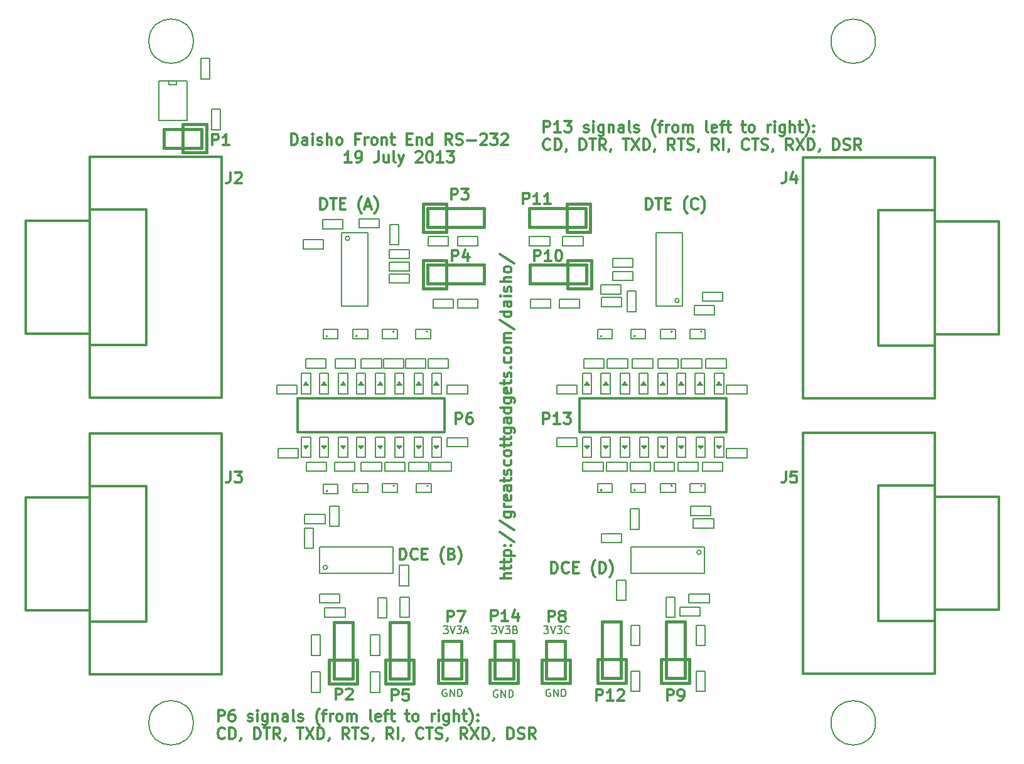
<source format=gto>
G04 (created by PCBNEW (2013-05-09 BZR 4147)-testing) date 20/07/2013 09:35:41*
%MOIN*%
G04 Gerber Fmt 3.4, Leading zero omitted, Abs format*
%FSLAX34Y34*%
G01*
G70*
G90*
G04 APERTURE LIST*
%ADD10C,0.005906*%
%ADD11C,0.011811*%
%ADD12C,0.007874*%
%ADD13C,0.008000*%
%ADD14C,0.012000*%
%ADD15C,0.005000*%
%ADD16C,0.015000*%
G04 APERTURE END LIST*
G54D10*
G54D11*
X51133Y-47435D02*
X50542Y-47435D01*
X51133Y-47182D02*
X50823Y-47182D01*
X50767Y-47210D01*
X50739Y-47266D01*
X50739Y-47350D01*
X50767Y-47407D01*
X50795Y-47435D01*
X50739Y-46985D02*
X50739Y-46760D01*
X50542Y-46901D02*
X51048Y-46901D01*
X51105Y-46872D01*
X51133Y-46816D01*
X51133Y-46760D01*
X50739Y-46647D02*
X50739Y-46422D01*
X50542Y-46563D02*
X51048Y-46563D01*
X51105Y-46535D01*
X51133Y-46479D01*
X51133Y-46422D01*
X50739Y-46226D02*
X51330Y-46226D01*
X50767Y-46226D02*
X50739Y-46169D01*
X50739Y-46057D01*
X50767Y-46001D01*
X50795Y-45973D01*
X50852Y-45944D01*
X51020Y-45944D01*
X51077Y-45973D01*
X51105Y-46001D01*
X51133Y-46057D01*
X51133Y-46169D01*
X51105Y-46226D01*
X51077Y-45691D02*
X51105Y-45663D01*
X51133Y-45691D01*
X51105Y-45719D01*
X51077Y-45691D01*
X51133Y-45691D01*
X50767Y-45691D02*
X50795Y-45663D01*
X50823Y-45691D01*
X50795Y-45719D01*
X50767Y-45691D01*
X50823Y-45691D01*
X50514Y-44988D02*
X51273Y-45494D01*
X50514Y-44370D02*
X51273Y-44876D01*
X50739Y-43920D02*
X51217Y-43920D01*
X51273Y-43948D01*
X51302Y-43976D01*
X51330Y-44032D01*
X51330Y-44116D01*
X51302Y-44173D01*
X51105Y-43920D02*
X51133Y-43976D01*
X51133Y-44088D01*
X51105Y-44145D01*
X51077Y-44173D01*
X51020Y-44201D01*
X50852Y-44201D01*
X50795Y-44173D01*
X50767Y-44145D01*
X50739Y-44088D01*
X50739Y-43976D01*
X50767Y-43920D01*
X51133Y-43638D02*
X50739Y-43638D01*
X50852Y-43638D02*
X50795Y-43610D01*
X50767Y-43582D01*
X50739Y-43526D01*
X50739Y-43470D01*
X51105Y-43048D02*
X51133Y-43104D01*
X51133Y-43217D01*
X51105Y-43273D01*
X51048Y-43301D01*
X50823Y-43301D01*
X50767Y-43273D01*
X50739Y-43217D01*
X50739Y-43104D01*
X50767Y-43048D01*
X50823Y-43020D01*
X50880Y-43020D01*
X50936Y-43301D01*
X51133Y-42514D02*
X50823Y-42514D01*
X50767Y-42542D01*
X50739Y-42598D01*
X50739Y-42710D01*
X50767Y-42767D01*
X51105Y-42514D02*
X51133Y-42570D01*
X51133Y-42710D01*
X51105Y-42767D01*
X51048Y-42795D01*
X50992Y-42795D01*
X50936Y-42767D01*
X50908Y-42710D01*
X50908Y-42570D01*
X50880Y-42514D01*
X50739Y-42317D02*
X50739Y-42092D01*
X50542Y-42232D02*
X51048Y-42232D01*
X51105Y-42204D01*
X51133Y-42148D01*
X51133Y-42092D01*
X51105Y-41923D02*
X51133Y-41867D01*
X51133Y-41754D01*
X51105Y-41698D01*
X51048Y-41670D01*
X51020Y-41670D01*
X50964Y-41698D01*
X50936Y-41754D01*
X50936Y-41839D01*
X50908Y-41895D01*
X50852Y-41923D01*
X50823Y-41923D01*
X50767Y-41895D01*
X50739Y-41839D01*
X50739Y-41754D01*
X50767Y-41698D01*
X51105Y-41164D02*
X51133Y-41220D01*
X51133Y-41332D01*
X51105Y-41389D01*
X51077Y-41417D01*
X51020Y-41445D01*
X50852Y-41445D01*
X50795Y-41417D01*
X50767Y-41389D01*
X50739Y-41332D01*
X50739Y-41220D01*
X50767Y-41164D01*
X51133Y-40826D02*
X51105Y-40883D01*
X51077Y-40911D01*
X51020Y-40939D01*
X50852Y-40939D01*
X50795Y-40911D01*
X50767Y-40883D01*
X50739Y-40826D01*
X50739Y-40742D01*
X50767Y-40686D01*
X50795Y-40658D01*
X50852Y-40629D01*
X51020Y-40629D01*
X51077Y-40658D01*
X51105Y-40686D01*
X51133Y-40742D01*
X51133Y-40826D01*
X50739Y-40461D02*
X50739Y-40236D01*
X50542Y-40376D02*
X51048Y-40376D01*
X51105Y-40348D01*
X51133Y-40292D01*
X51133Y-40236D01*
X50739Y-40123D02*
X50739Y-39898D01*
X50542Y-40039D02*
X51048Y-40039D01*
X51105Y-40011D01*
X51133Y-39955D01*
X51133Y-39898D01*
X50739Y-39448D02*
X51217Y-39448D01*
X51273Y-39476D01*
X51302Y-39505D01*
X51330Y-39561D01*
X51330Y-39645D01*
X51302Y-39701D01*
X51105Y-39448D02*
X51133Y-39505D01*
X51133Y-39617D01*
X51105Y-39673D01*
X51077Y-39701D01*
X51020Y-39730D01*
X50852Y-39730D01*
X50795Y-39701D01*
X50767Y-39673D01*
X50739Y-39617D01*
X50739Y-39505D01*
X50767Y-39448D01*
X51133Y-38914D02*
X50823Y-38914D01*
X50767Y-38942D01*
X50739Y-38998D01*
X50739Y-39111D01*
X50767Y-39167D01*
X51105Y-38914D02*
X51133Y-38970D01*
X51133Y-39111D01*
X51105Y-39167D01*
X51048Y-39195D01*
X50992Y-39195D01*
X50936Y-39167D01*
X50908Y-39111D01*
X50908Y-38970D01*
X50880Y-38914D01*
X51133Y-38380D02*
X50542Y-38380D01*
X51105Y-38380D02*
X51133Y-38436D01*
X51133Y-38548D01*
X51105Y-38605D01*
X51077Y-38633D01*
X51020Y-38661D01*
X50852Y-38661D01*
X50795Y-38633D01*
X50767Y-38605D01*
X50739Y-38548D01*
X50739Y-38436D01*
X50767Y-38380D01*
X50739Y-37845D02*
X51217Y-37845D01*
X51273Y-37874D01*
X51302Y-37902D01*
X51330Y-37958D01*
X51330Y-38042D01*
X51302Y-38098D01*
X51105Y-37845D02*
X51133Y-37902D01*
X51133Y-38014D01*
X51105Y-38070D01*
X51077Y-38098D01*
X51020Y-38127D01*
X50852Y-38127D01*
X50795Y-38098D01*
X50767Y-38070D01*
X50739Y-38014D01*
X50739Y-37902D01*
X50767Y-37845D01*
X51105Y-37339D02*
X51133Y-37395D01*
X51133Y-37508D01*
X51105Y-37564D01*
X51048Y-37592D01*
X50823Y-37592D01*
X50767Y-37564D01*
X50739Y-37508D01*
X50739Y-37395D01*
X50767Y-37339D01*
X50823Y-37311D01*
X50880Y-37311D01*
X50936Y-37592D01*
X50739Y-37142D02*
X50739Y-36917D01*
X50542Y-37058D02*
X51048Y-37058D01*
X51105Y-37030D01*
X51133Y-36974D01*
X51133Y-36917D01*
X51105Y-36749D02*
X51133Y-36692D01*
X51133Y-36580D01*
X51105Y-36524D01*
X51048Y-36496D01*
X51020Y-36496D01*
X50964Y-36524D01*
X50936Y-36580D01*
X50936Y-36664D01*
X50908Y-36721D01*
X50852Y-36749D01*
X50823Y-36749D01*
X50767Y-36721D01*
X50739Y-36664D01*
X50739Y-36580D01*
X50767Y-36524D01*
X51077Y-36242D02*
X51105Y-36214D01*
X51133Y-36242D01*
X51105Y-36271D01*
X51077Y-36242D01*
X51133Y-36242D01*
X51105Y-35708D02*
X51133Y-35764D01*
X51133Y-35877D01*
X51105Y-35933D01*
X51077Y-35961D01*
X51020Y-35989D01*
X50852Y-35989D01*
X50795Y-35961D01*
X50767Y-35933D01*
X50739Y-35877D01*
X50739Y-35764D01*
X50767Y-35708D01*
X51133Y-35371D02*
X51105Y-35427D01*
X51077Y-35455D01*
X51020Y-35483D01*
X50852Y-35483D01*
X50795Y-35455D01*
X50767Y-35427D01*
X50739Y-35371D01*
X50739Y-35286D01*
X50767Y-35230D01*
X50795Y-35202D01*
X50852Y-35174D01*
X51020Y-35174D01*
X51077Y-35202D01*
X51105Y-35230D01*
X51133Y-35286D01*
X51133Y-35371D01*
X51133Y-34921D02*
X50739Y-34921D01*
X50795Y-34921D02*
X50767Y-34893D01*
X50739Y-34836D01*
X50739Y-34752D01*
X50767Y-34696D01*
X50823Y-34668D01*
X51133Y-34668D01*
X50823Y-34668D02*
X50767Y-34640D01*
X50739Y-34583D01*
X50739Y-34499D01*
X50767Y-34443D01*
X50823Y-34415D01*
X51133Y-34415D01*
X50514Y-33712D02*
X51273Y-34218D01*
X51133Y-33262D02*
X50542Y-33262D01*
X51105Y-33262D02*
X51133Y-33318D01*
X51133Y-33430D01*
X51105Y-33487D01*
X51077Y-33515D01*
X51020Y-33543D01*
X50852Y-33543D01*
X50795Y-33515D01*
X50767Y-33487D01*
X50739Y-33430D01*
X50739Y-33318D01*
X50767Y-33262D01*
X51133Y-32727D02*
X50823Y-32727D01*
X50767Y-32755D01*
X50739Y-32812D01*
X50739Y-32924D01*
X50767Y-32980D01*
X51105Y-32727D02*
X51133Y-32784D01*
X51133Y-32924D01*
X51105Y-32980D01*
X51048Y-33008D01*
X50992Y-33008D01*
X50936Y-32980D01*
X50908Y-32924D01*
X50908Y-32784D01*
X50880Y-32727D01*
X51133Y-32446D02*
X50739Y-32446D01*
X50542Y-32446D02*
X50570Y-32474D01*
X50598Y-32446D01*
X50570Y-32418D01*
X50542Y-32446D01*
X50598Y-32446D01*
X51105Y-32193D02*
X51133Y-32137D01*
X51133Y-32024D01*
X51105Y-31968D01*
X51048Y-31940D01*
X51020Y-31940D01*
X50964Y-31968D01*
X50936Y-32024D01*
X50936Y-32109D01*
X50908Y-32165D01*
X50852Y-32193D01*
X50823Y-32193D01*
X50767Y-32165D01*
X50739Y-32109D01*
X50739Y-32024D01*
X50767Y-31968D01*
X51133Y-31687D02*
X50542Y-31687D01*
X51133Y-31434D02*
X50823Y-31434D01*
X50767Y-31462D01*
X50739Y-31518D01*
X50739Y-31602D01*
X50767Y-31659D01*
X50795Y-31687D01*
X51133Y-31068D02*
X51105Y-31124D01*
X51077Y-31152D01*
X51020Y-31181D01*
X50852Y-31181D01*
X50795Y-31152D01*
X50767Y-31124D01*
X50739Y-31068D01*
X50739Y-30984D01*
X50767Y-30928D01*
X50795Y-30899D01*
X50852Y-30871D01*
X51020Y-30871D01*
X51077Y-30899D01*
X51105Y-30928D01*
X51133Y-30984D01*
X51133Y-31068D01*
X50514Y-30196D02*
X51273Y-30703D01*
X59406Y-53928D02*
X59406Y-53338D01*
X59631Y-53338D01*
X59687Y-53366D01*
X59715Y-53394D01*
X59744Y-53450D01*
X59744Y-53534D01*
X59715Y-53591D01*
X59687Y-53619D01*
X59631Y-53647D01*
X59406Y-53647D01*
X60025Y-53928D02*
X60137Y-53928D01*
X60194Y-53900D01*
X60222Y-53872D01*
X60278Y-53787D01*
X60306Y-53675D01*
X60306Y-53450D01*
X60278Y-53394D01*
X60250Y-53366D01*
X60194Y-53338D01*
X60081Y-53338D01*
X60025Y-53366D01*
X59997Y-53394D01*
X59969Y-53450D01*
X59969Y-53591D01*
X59997Y-53647D01*
X60025Y-53675D01*
X60081Y-53703D01*
X60194Y-53703D01*
X60250Y-53675D01*
X60278Y-53647D01*
X60306Y-53591D01*
X55660Y-53928D02*
X55660Y-53338D01*
X55885Y-53338D01*
X55942Y-53366D01*
X55970Y-53394D01*
X55998Y-53450D01*
X55998Y-53534D01*
X55970Y-53591D01*
X55942Y-53619D01*
X55885Y-53647D01*
X55660Y-53647D01*
X56560Y-53928D02*
X56223Y-53928D01*
X56392Y-53928D02*
X56392Y-53338D01*
X56335Y-53422D01*
X56279Y-53478D01*
X56223Y-53506D01*
X56785Y-53394D02*
X56813Y-53366D01*
X56870Y-53338D01*
X57010Y-53338D01*
X57066Y-53366D01*
X57095Y-53394D01*
X57123Y-53450D01*
X57123Y-53506D01*
X57095Y-53591D01*
X56757Y-53928D01*
X57123Y-53928D01*
X53107Y-49755D02*
X53107Y-49164D01*
X53332Y-49164D01*
X53388Y-49192D01*
X53416Y-49221D01*
X53444Y-49277D01*
X53444Y-49361D01*
X53416Y-49417D01*
X53388Y-49446D01*
X53332Y-49474D01*
X53107Y-49474D01*
X53782Y-49417D02*
X53726Y-49389D01*
X53697Y-49361D01*
X53669Y-49305D01*
X53669Y-49277D01*
X53697Y-49221D01*
X53726Y-49192D01*
X53782Y-49164D01*
X53894Y-49164D01*
X53951Y-49192D01*
X53979Y-49221D01*
X54007Y-49277D01*
X54007Y-49305D01*
X53979Y-49361D01*
X53951Y-49389D01*
X53894Y-49417D01*
X53782Y-49417D01*
X53726Y-49446D01*
X53697Y-49474D01*
X53669Y-49530D01*
X53669Y-49642D01*
X53697Y-49699D01*
X53726Y-49727D01*
X53782Y-49755D01*
X53894Y-49755D01*
X53951Y-49727D01*
X53979Y-49699D01*
X54007Y-49642D01*
X54007Y-49530D01*
X53979Y-49474D01*
X53951Y-49446D01*
X53894Y-49417D01*
X50070Y-49715D02*
X50070Y-49125D01*
X50295Y-49125D01*
X50351Y-49153D01*
X50379Y-49181D01*
X50407Y-49237D01*
X50407Y-49322D01*
X50379Y-49378D01*
X50351Y-49406D01*
X50295Y-49434D01*
X50070Y-49434D01*
X50970Y-49715D02*
X50632Y-49715D01*
X50801Y-49715D02*
X50801Y-49125D01*
X50745Y-49209D01*
X50688Y-49266D01*
X50632Y-49294D01*
X51476Y-49322D02*
X51476Y-49715D01*
X51335Y-49097D02*
X51195Y-49519D01*
X51560Y-49519D01*
G54D12*
X50408Y-53385D02*
X50371Y-53367D01*
X50314Y-53367D01*
X50258Y-53385D01*
X50221Y-53423D01*
X50202Y-53460D01*
X50183Y-53535D01*
X50183Y-53592D01*
X50202Y-53667D01*
X50221Y-53704D01*
X50258Y-53742D01*
X50314Y-53760D01*
X50352Y-53760D01*
X50408Y-53742D01*
X50427Y-53723D01*
X50427Y-53592D01*
X50352Y-53592D01*
X50596Y-53760D02*
X50596Y-53367D01*
X50821Y-53760D01*
X50821Y-53367D01*
X51008Y-53760D02*
X51008Y-53367D01*
X51102Y-53367D01*
X51158Y-53385D01*
X51196Y-53423D01*
X51214Y-53460D01*
X51233Y-53535D01*
X51233Y-53592D01*
X51214Y-53667D01*
X51196Y-53704D01*
X51158Y-53742D01*
X51102Y-53760D01*
X51008Y-53760D01*
X50103Y-49981D02*
X50346Y-49981D01*
X50215Y-50131D01*
X50271Y-50131D01*
X50309Y-50149D01*
X50328Y-50168D01*
X50346Y-50206D01*
X50346Y-50299D01*
X50328Y-50337D01*
X50309Y-50356D01*
X50271Y-50374D01*
X50159Y-50374D01*
X50121Y-50356D01*
X50103Y-50337D01*
X50459Y-49981D02*
X50590Y-50374D01*
X50721Y-49981D01*
X50815Y-49981D02*
X51059Y-49981D01*
X50928Y-50131D01*
X50984Y-50131D01*
X51021Y-50149D01*
X51040Y-50168D01*
X51059Y-50206D01*
X51059Y-50299D01*
X51040Y-50337D01*
X51021Y-50356D01*
X50984Y-50374D01*
X50871Y-50374D01*
X50834Y-50356D01*
X50815Y-50337D01*
X51359Y-50168D02*
X51415Y-50187D01*
X51434Y-50206D01*
X51452Y-50243D01*
X51452Y-50299D01*
X51434Y-50337D01*
X51415Y-50356D01*
X51377Y-50374D01*
X51227Y-50374D01*
X51227Y-49981D01*
X51359Y-49981D01*
X51396Y-50000D01*
X51415Y-50018D01*
X51434Y-50056D01*
X51434Y-50093D01*
X51415Y-50131D01*
X51396Y-50149D01*
X51359Y-50168D01*
X51227Y-50168D01*
X53203Y-53346D02*
X53166Y-53327D01*
X53110Y-53327D01*
X53053Y-53346D01*
X53016Y-53383D01*
X52997Y-53421D01*
X52979Y-53496D01*
X52979Y-53552D01*
X52997Y-53627D01*
X53016Y-53665D01*
X53053Y-53702D01*
X53110Y-53721D01*
X53147Y-53721D01*
X53203Y-53702D01*
X53222Y-53683D01*
X53222Y-53552D01*
X53147Y-53552D01*
X53391Y-53721D02*
X53391Y-53327D01*
X53616Y-53721D01*
X53616Y-53327D01*
X53803Y-53721D02*
X53803Y-53327D01*
X53897Y-53327D01*
X53953Y-53346D01*
X53991Y-53383D01*
X54010Y-53421D01*
X54028Y-53496D01*
X54028Y-53552D01*
X54010Y-53627D01*
X53991Y-53665D01*
X53953Y-53702D01*
X53897Y-53721D01*
X53803Y-53721D01*
X52859Y-49981D02*
X53102Y-49981D01*
X52971Y-50131D01*
X53027Y-50131D01*
X53065Y-50149D01*
X53083Y-50168D01*
X53102Y-50206D01*
X53102Y-50299D01*
X53083Y-50337D01*
X53065Y-50356D01*
X53027Y-50374D01*
X52915Y-50374D01*
X52877Y-50356D01*
X52859Y-50337D01*
X53215Y-49981D02*
X53346Y-50374D01*
X53477Y-49981D01*
X53571Y-49981D02*
X53815Y-49981D01*
X53683Y-50131D01*
X53740Y-50131D01*
X53777Y-50149D01*
X53796Y-50168D01*
X53815Y-50206D01*
X53815Y-50299D01*
X53796Y-50337D01*
X53777Y-50356D01*
X53740Y-50374D01*
X53627Y-50374D01*
X53590Y-50356D01*
X53571Y-50337D01*
X54208Y-50337D02*
X54190Y-50356D01*
X54133Y-50374D01*
X54096Y-50374D01*
X54040Y-50356D01*
X54002Y-50318D01*
X53983Y-50281D01*
X53965Y-50206D01*
X53965Y-50149D01*
X53983Y-50074D01*
X54002Y-50037D01*
X54040Y-50000D01*
X54096Y-49981D01*
X54133Y-49981D01*
X54190Y-50000D01*
X54208Y-50018D01*
G54D11*
X51763Y-27550D02*
X51763Y-26960D01*
X51988Y-26960D01*
X52044Y-26988D01*
X52072Y-27016D01*
X52100Y-27072D01*
X52100Y-27156D01*
X52072Y-27213D01*
X52044Y-27241D01*
X51988Y-27269D01*
X51763Y-27269D01*
X52663Y-27550D02*
X52325Y-27550D01*
X52494Y-27550D02*
X52494Y-26960D01*
X52438Y-27044D01*
X52381Y-27100D01*
X52325Y-27128D01*
X53225Y-27550D02*
X52888Y-27550D01*
X53056Y-27550D02*
X53056Y-26960D01*
X53000Y-27044D01*
X52944Y-27100D01*
X52888Y-27128D01*
X52353Y-30582D02*
X52353Y-29991D01*
X52578Y-29991D01*
X52634Y-30019D01*
X52663Y-30047D01*
X52691Y-30104D01*
X52691Y-30188D01*
X52663Y-30244D01*
X52634Y-30272D01*
X52578Y-30300D01*
X52353Y-30300D01*
X53253Y-30582D02*
X52916Y-30582D01*
X53084Y-30582D02*
X53084Y-29991D01*
X53028Y-30075D01*
X52972Y-30132D01*
X52916Y-30160D01*
X53619Y-29991D02*
X53675Y-29991D01*
X53731Y-30019D01*
X53759Y-30047D01*
X53787Y-30104D01*
X53816Y-30216D01*
X53816Y-30357D01*
X53787Y-30469D01*
X53759Y-30525D01*
X53731Y-30553D01*
X53675Y-30582D01*
X53619Y-30582D01*
X53562Y-30553D01*
X53534Y-30525D01*
X53506Y-30469D01*
X53478Y-30357D01*
X53478Y-30216D01*
X53506Y-30104D01*
X53534Y-30047D01*
X53562Y-30019D01*
X53619Y-29991D01*
X47949Y-27314D02*
X47949Y-26723D01*
X48174Y-26723D01*
X48231Y-26751D01*
X48259Y-26780D01*
X48287Y-26836D01*
X48287Y-26920D01*
X48259Y-26976D01*
X48231Y-27005D01*
X48174Y-27033D01*
X47949Y-27033D01*
X48484Y-26723D02*
X48849Y-26723D01*
X48652Y-26948D01*
X48737Y-26948D01*
X48793Y-26976D01*
X48821Y-27005D01*
X48849Y-27061D01*
X48849Y-27201D01*
X48821Y-27258D01*
X48793Y-27286D01*
X48737Y-27314D01*
X48568Y-27314D01*
X48512Y-27286D01*
X48484Y-27258D01*
X52826Y-39243D02*
X52826Y-38652D01*
X53051Y-38652D01*
X53107Y-38681D01*
X53135Y-38709D01*
X53163Y-38765D01*
X53163Y-38849D01*
X53135Y-38906D01*
X53107Y-38934D01*
X53051Y-38962D01*
X52826Y-38962D01*
X53726Y-39243D02*
X53388Y-39243D01*
X53557Y-39243D02*
X53557Y-38652D01*
X53501Y-38737D01*
X53444Y-38793D01*
X53388Y-38821D01*
X53922Y-38652D02*
X54288Y-38652D01*
X54091Y-38877D01*
X54176Y-38877D01*
X54232Y-38906D01*
X54260Y-38934D01*
X54288Y-38990D01*
X54288Y-39131D01*
X54260Y-39187D01*
X54232Y-39215D01*
X54176Y-39243D01*
X54007Y-39243D01*
X53951Y-39215D01*
X53922Y-39187D01*
X65708Y-41763D02*
X65708Y-42185D01*
X65680Y-42269D01*
X65624Y-42325D01*
X65539Y-42353D01*
X65483Y-42353D01*
X66271Y-41763D02*
X65989Y-41763D01*
X65961Y-42044D01*
X65989Y-42016D01*
X66046Y-41988D01*
X66186Y-41988D01*
X66242Y-42016D01*
X66271Y-42044D01*
X66299Y-42100D01*
X66299Y-42241D01*
X66271Y-42297D01*
X66242Y-42325D01*
X66186Y-42353D01*
X66046Y-42353D01*
X65989Y-42325D01*
X65961Y-42297D01*
X65708Y-25857D02*
X65708Y-26279D01*
X65680Y-26363D01*
X65624Y-26420D01*
X65539Y-26448D01*
X65483Y-26448D01*
X66242Y-26054D02*
X66242Y-26448D01*
X66102Y-25829D02*
X65961Y-26251D01*
X66327Y-26251D01*
X58281Y-27826D02*
X58281Y-27235D01*
X58422Y-27235D01*
X58506Y-27263D01*
X58562Y-27320D01*
X58591Y-27376D01*
X58619Y-27488D01*
X58619Y-27573D01*
X58591Y-27685D01*
X58562Y-27741D01*
X58506Y-27798D01*
X58422Y-27826D01*
X58281Y-27826D01*
X58787Y-27235D02*
X59125Y-27235D01*
X58956Y-27826D02*
X58956Y-27235D01*
X59322Y-27516D02*
X59519Y-27516D01*
X59603Y-27826D02*
X59322Y-27826D01*
X59322Y-27235D01*
X59603Y-27235D01*
X60475Y-28051D02*
X60447Y-28023D01*
X60390Y-27938D01*
X60362Y-27882D01*
X60334Y-27798D01*
X60306Y-27657D01*
X60306Y-27544D01*
X60334Y-27404D01*
X60362Y-27320D01*
X60390Y-27263D01*
X60447Y-27179D01*
X60475Y-27151D01*
X61037Y-27769D02*
X61009Y-27798D01*
X60925Y-27826D01*
X60868Y-27826D01*
X60784Y-27798D01*
X60728Y-27741D01*
X60700Y-27685D01*
X60672Y-27573D01*
X60672Y-27488D01*
X60700Y-27376D01*
X60728Y-27320D01*
X60784Y-27263D01*
X60868Y-27235D01*
X60925Y-27235D01*
X61009Y-27263D01*
X61037Y-27291D01*
X61234Y-28051D02*
X61262Y-28023D01*
X61318Y-27938D01*
X61347Y-27882D01*
X61375Y-27798D01*
X61403Y-27657D01*
X61403Y-27544D01*
X61375Y-27404D01*
X61347Y-27320D01*
X61318Y-27263D01*
X61262Y-27179D01*
X61234Y-27151D01*
X53250Y-47156D02*
X53250Y-46566D01*
X53391Y-46566D01*
X53475Y-46594D01*
X53532Y-46650D01*
X53560Y-46706D01*
X53588Y-46819D01*
X53588Y-46903D01*
X53560Y-47016D01*
X53532Y-47072D01*
X53475Y-47128D01*
X53391Y-47156D01*
X53250Y-47156D01*
X54178Y-47100D02*
X54150Y-47128D01*
X54066Y-47156D01*
X54010Y-47156D01*
X53925Y-47128D01*
X53869Y-47072D01*
X53841Y-47016D01*
X53813Y-46903D01*
X53813Y-46819D01*
X53841Y-46706D01*
X53869Y-46650D01*
X53925Y-46594D01*
X54010Y-46566D01*
X54066Y-46566D01*
X54150Y-46594D01*
X54178Y-46622D01*
X54431Y-46847D02*
X54628Y-46847D01*
X54713Y-47156D02*
X54431Y-47156D01*
X54431Y-46566D01*
X54713Y-46566D01*
X55584Y-47381D02*
X55556Y-47353D01*
X55500Y-47269D01*
X55472Y-47213D01*
X55444Y-47128D01*
X55416Y-46988D01*
X55416Y-46875D01*
X55444Y-46735D01*
X55472Y-46650D01*
X55500Y-46594D01*
X55556Y-46510D01*
X55584Y-46482D01*
X55809Y-47156D02*
X55809Y-46566D01*
X55950Y-46566D01*
X56034Y-46594D01*
X56091Y-46650D01*
X56119Y-46706D01*
X56147Y-46819D01*
X56147Y-46903D01*
X56119Y-47016D01*
X56091Y-47072D01*
X56034Y-47128D01*
X55950Y-47156D01*
X55809Y-47156D01*
X56344Y-47381D02*
X56372Y-47353D01*
X56428Y-47269D01*
X56456Y-47213D01*
X56484Y-47128D01*
X56512Y-46988D01*
X56512Y-46875D01*
X56484Y-46735D01*
X56456Y-46650D01*
X56428Y-46594D01*
X56372Y-46510D01*
X56344Y-46482D01*
X52857Y-23731D02*
X52857Y-23141D01*
X53082Y-23141D01*
X53138Y-23169D01*
X53166Y-23197D01*
X53194Y-23253D01*
X53194Y-23338D01*
X53166Y-23394D01*
X53138Y-23422D01*
X53082Y-23450D01*
X52857Y-23450D01*
X53757Y-23731D02*
X53419Y-23731D01*
X53588Y-23731D02*
X53588Y-23141D01*
X53532Y-23225D01*
X53475Y-23281D01*
X53419Y-23309D01*
X53953Y-23141D02*
X54319Y-23141D01*
X54122Y-23366D01*
X54206Y-23366D01*
X54263Y-23394D01*
X54291Y-23422D01*
X54319Y-23478D01*
X54319Y-23619D01*
X54291Y-23675D01*
X54263Y-23703D01*
X54206Y-23731D01*
X54038Y-23731D01*
X53982Y-23703D01*
X53953Y-23675D01*
X54994Y-23703D02*
X55050Y-23731D01*
X55163Y-23731D01*
X55219Y-23703D01*
X55247Y-23647D01*
X55247Y-23619D01*
X55219Y-23562D01*
X55163Y-23534D01*
X55078Y-23534D01*
X55022Y-23506D01*
X54994Y-23450D01*
X54994Y-23422D01*
X55022Y-23366D01*
X55078Y-23338D01*
X55163Y-23338D01*
X55219Y-23366D01*
X55500Y-23731D02*
X55500Y-23338D01*
X55500Y-23141D02*
X55472Y-23169D01*
X55500Y-23197D01*
X55528Y-23169D01*
X55500Y-23141D01*
X55500Y-23197D01*
X56034Y-23338D02*
X56034Y-23816D01*
X56006Y-23872D01*
X55978Y-23900D01*
X55922Y-23928D01*
X55838Y-23928D01*
X55781Y-23900D01*
X56034Y-23703D02*
X55978Y-23731D01*
X55866Y-23731D01*
X55809Y-23703D01*
X55781Y-23675D01*
X55753Y-23619D01*
X55753Y-23450D01*
X55781Y-23394D01*
X55809Y-23366D01*
X55866Y-23338D01*
X55978Y-23338D01*
X56034Y-23366D01*
X56316Y-23338D02*
X56316Y-23731D01*
X56316Y-23394D02*
X56344Y-23366D01*
X56400Y-23338D01*
X56484Y-23338D01*
X56541Y-23366D01*
X56569Y-23422D01*
X56569Y-23731D01*
X57103Y-23731D02*
X57103Y-23422D01*
X57075Y-23366D01*
X57019Y-23338D01*
X56906Y-23338D01*
X56850Y-23366D01*
X57103Y-23703D02*
X57047Y-23731D01*
X56906Y-23731D01*
X56850Y-23703D01*
X56822Y-23647D01*
X56822Y-23591D01*
X56850Y-23534D01*
X56906Y-23506D01*
X57047Y-23506D01*
X57103Y-23478D01*
X57469Y-23731D02*
X57412Y-23703D01*
X57384Y-23647D01*
X57384Y-23141D01*
X57665Y-23703D02*
X57722Y-23731D01*
X57834Y-23731D01*
X57890Y-23703D01*
X57919Y-23647D01*
X57919Y-23619D01*
X57890Y-23562D01*
X57834Y-23534D01*
X57750Y-23534D01*
X57694Y-23506D01*
X57665Y-23450D01*
X57665Y-23422D01*
X57694Y-23366D01*
X57750Y-23338D01*
X57834Y-23338D01*
X57890Y-23366D01*
X58790Y-23956D02*
X58762Y-23928D01*
X58706Y-23844D01*
X58678Y-23787D01*
X58650Y-23703D01*
X58622Y-23562D01*
X58622Y-23450D01*
X58650Y-23309D01*
X58678Y-23225D01*
X58706Y-23169D01*
X58762Y-23084D01*
X58790Y-23056D01*
X58931Y-23338D02*
X59156Y-23338D01*
X59015Y-23731D02*
X59015Y-23225D01*
X59043Y-23169D01*
X59100Y-23141D01*
X59156Y-23141D01*
X59353Y-23731D02*
X59353Y-23338D01*
X59353Y-23450D02*
X59381Y-23394D01*
X59409Y-23366D01*
X59465Y-23338D01*
X59521Y-23338D01*
X59803Y-23731D02*
X59746Y-23703D01*
X59718Y-23675D01*
X59690Y-23619D01*
X59690Y-23450D01*
X59718Y-23394D01*
X59746Y-23366D01*
X59803Y-23338D01*
X59887Y-23338D01*
X59943Y-23366D01*
X59971Y-23394D01*
X60000Y-23450D01*
X60000Y-23619D01*
X59971Y-23675D01*
X59943Y-23703D01*
X59887Y-23731D01*
X59803Y-23731D01*
X60253Y-23731D02*
X60253Y-23338D01*
X60253Y-23394D02*
X60281Y-23366D01*
X60337Y-23338D01*
X60421Y-23338D01*
X60478Y-23366D01*
X60506Y-23422D01*
X60506Y-23731D01*
X60506Y-23422D02*
X60534Y-23366D01*
X60590Y-23338D01*
X60674Y-23338D01*
X60731Y-23366D01*
X60759Y-23422D01*
X60759Y-23731D01*
X61574Y-23731D02*
X61518Y-23703D01*
X61490Y-23647D01*
X61490Y-23141D01*
X62024Y-23703D02*
X61968Y-23731D01*
X61856Y-23731D01*
X61799Y-23703D01*
X61771Y-23647D01*
X61771Y-23422D01*
X61799Y-23366D01*
X61856Y-23338D01*
X61968Y-23338D01*
X62024Y-23366D01*
X62052Y-23422D01*
X62052Y-23478D01*
X61771Y-23534D01*
X62221Y-23338D02*
X62446Y-23338D01*
X62305Y-23731D02*
X62305Y-23225D01*
X62334Y-23169D01*
X62390Y-23141D01*
X62446Y-23141D01*
X62559Y-23338D02*
X62784Y-23338D01*
X62643Y-23141D02*
X62643Y-23647D01*
X62671Y-23703D01*
X62727Y-23731D01*
X62784Y-23731D01*
X63346Y-23338D02*
X63571Y-23338D01*
X63430Y-23141D02*
X63430Y-23647D01*
X63458Y-23703D01*
X63515Y-23731D01*
X63571Y-23731D01*
X63852Y-23731D02*
X63796Y-23703D01*
X63768Y-23675D01*
X63740Y-23619D01*
X63740Y-23450D01*
X63768Y-23394D01*
X63796Y-23366D01*
X63852Y-23338D01*
X63937Y-23338D01*
X63993Y-23366D01*
X64021Y-23394D01*
X64049Y-23450D01*
X64049Y-23619D01*
X64021Y-23675D01*
X63993Y-23703D01*
X63937Y-23731D01*
X63852Y-23731D01*
X64752Y-23731D02*
X64752Y-23338D01*
X64752Y-23450D02*
X64780Y-23394D01*
X64808Y-23366D01*
X64865Y-23338D01*
X64921Y-23338D01*
X65118Y-23731D02*
X65118Y-23338D01*
X65118Y-23141D02*
X65089Y-23169D01*
X65118Y-23197D01*
X65146Y-23169D01*
X65118Y-23141D01*
X65118Y-23197D01*
X65652Y-23338D02*
X65652Y-23816D01*
X65624Y-23872D01*
X65596Y-23900D01*
X65539Y-23928D01*
X65455Y-23928D01*
X65399Y-23900D01*
X65652Y-23703D02*
X65596Y-23731D01*
X65483Y-23731D01*
X65427Y-23703D01*
X65399Y-23675D01*
X65371Y-23619D01*
X65371Y-23450D01*
X65399Y-23394D01*
X65427Y-23366D01*
X65483Y-23338D01*
X65596Y-23338D01*
X65652Y-23366D01*
X65933Y-23731D02*
X65933Y-23141D01*
X66186Y-23731D02*
X66186Y-23422D01*
X66158Y-23366D01*
X66102Y-23338D01*
X66017Y-23338D01*
X65961Y-23366D01*
X65933Y-23394D01*
X66383Y-23338D02*
X66608Y-23338D01*
X66467Y-23141D02*
X66467Y-23647D01*
X66496Y-23703D01*
X66552Y-23731D01*
X66608Y-23731D01*
X66749Y-23956D02*
X66777Y-23928D01*
X66833Y-23844D01*
X66861Y-23787D01*
X66889Y-23703D01*
X66917Y-23562D01*
X66917Y-23450D01*
X66889Y-23309D01*
X66861Y-23225D01*
X66833Y-23169D01*
X66777Y-23084D01*
X66749Y-23056D01*
X67199Y-23675D02*
X67227Y-23703D01*
X67199Y-23731D01*
X67170Y-23703D01*
X67199Y-23675D01*
X67199Y-23731D01*
X67199Y-23366D02*
X67227Y-23394D01*
X67199Y-23422D01*
X67170Y-23394D01*
X67199Y-23366D01*
X67199Y-23422D01*
X53194Y-24620D02*
X53166Y-24648D01*
X53082Y-24676D01*
X53025Y-24676D01*
X52941Y-24648D01*
X52885Y-24592D01*
X52857Y-24535D01*
X52829Y-24423D01*
X52829Y-24339D01*
X52857Y-24226D01*
X52885Y-24170D01*
X52941Y-24114D01*
X53025Y-24086D01*
X53082Y-24086D01*
X53166Y-24114D01*
X53194Y-24142D01*
X53447Y-24676D02*
X53447Y-24086D01*
X53588Y-24086D01*
X53672Y-24114D01*
X53728Y-24170D01*
X53757Y-24226D01*
X53785Y-24339D01*
X53785Y-24423D01*
X53757Y-24535D01*
X53728Y-24592D01*
X53672Y-24648D01*
X53588Y-24676D01*
X53447Y-24676D01*
X54066Y-24648D02*
X54066Y-24676D01*
X54038Y-24732D01*
X54010Y-24760D01*
X54769Y-24676D02*
X54769Y-24086D01*
X54910Y-24086D01*
X54994Y-24114D01*
X55050Y-24170D01*
X55078Y-24226D01*
X55106Y-24339D01*
X55106Y-24423D01*
X55078Y-24535D01*
X55050Y-24592D01*
X54994Y-24648D01*
X54910Y-24676D01*
X54769Y-24676D01*
X55275Y-24086D02*
X55613Y-24086D01*
X55444Y-24676D02*
X55444Y-24086D01*
X56147Y-24676D02*
X55950Y-24395D01*
X55809Y-24676D02*
X55809Y-24086D01*
X56034Y-24086D01*
X56091Y-24114D01*
X56119Y-24142D01*
X56147Y-24198D01*
X56147Y-24282D01*
X56119Y-24339D01*
X56091Y-24367D01*
X56034Y-24395D01*
X55809Y-24395D01*
X56428Y-24648D02*
X56428Y-24676D01*
X56400Y-24732D01*
X56372Y-24760D01*
X57047Y-24086D02*
X57384Y-24086D01*
X57215Y-24676D02*
X57215Y-24086D01*
X57525Y-24086D02*
X57919Y-24676D01*
X57919Y-24086D02*
X57525Y-24676D01*
X58143Y-24676D02*
X58143Y-24086D01*
X58284Y-24086D01*
X58368Y-24114D01*
X58425Y-24170D01*
X58453Y-24226D01*
X58481Y-24339D01*
X58481Y-24423D01*
X58453Y-24535D01*
X58425Y-24592D01*
X58368Y-24648D01*
X58284Y-24676D01*
X58143Y-24676D01*
X58762Y-24648D02*
X58762Y-24676D01*
X58734Y-24732D01*
X58706Y-24760D01*
X59803Y-24676D02*
X59606Y-24395D01*
X59465Y-24676D02*
X59465Y-24086D01*
X59690Y-24086D01*
X59746Y-24114D01*
X59775Y-24142D01*
X59803Y-24198D01*
X59803Y-24282D01*
X59775Y-24339D01*
X59746Y-24367D01*
X59690Y-24395D01*
X59465Y-24395D01*
X59971Y-24086D02*
X60309Y-24086D01*
X60140Y-24676D02*
X60140Y-24086D01*
X60478Y-24648D02*
X60562Y-24676D01*
X60703Y-24676D01*
X60759Y-24648D01*
X60787Y-24620D01*
X60815Y-24564D01*
X60815Y-24507D01*
X60787Y-24451D01*
X60759Y-24423D01*
X60703Y-24395D01*
X60590Y-24367D01*
X60534Y-24339D01*
X60506Y-24311D01*
X60478Y-24254D01*
X60478Y-24198D01*
X60506Y-24142D01*
X60534Y-24114D01*
X60590Y-24086D01*
X60731Y-24086D01*
X60815Y-24114D01*
X61096Y-24648D02*
X61096Y-24676D01*
X61068Y-24732D01*
X61040Y-24760D01*
X62137Y-24676D02*
X61940Y-24395D01*
X61799Y-24676D02*
X61799Y-24086D01*
X62024Y-24086D01*
X62080Y-24114D01*
X62109Y-24142D01*
X62137Y-24198D01*
X62137Y-24282D01*
X62109Y-24339D01*
X62080Y-24367D01*
X62024Y-24395D01*
X61799Y-24395D01*
X62390Y-24676D02*
X62390Y-24086D01*
X62699Y-24648D02*
X62699Y-24676D01*
X62671Y-24732D01*
X62643Y-24760D01*
X63740Y-24620D02*
X63712Y-24648D01*
X63627Y-24676D01*
X63571Y-24676D01*
X63487Y-24648D01*
X63430Y-24592D01*
X63402Y-24535D01*
X63374Y-24423D01*
X63374Y-24339D01*
X63402Y-24226D01*
X63430Y-24170D01*
X63487Y-24114D01*
X63571Y-24086D01*
X63627Y-24086D01*
X63712Y-24114D01*
X63740Y-24142D01*
X63908Y-24086D02*
X64246Y-24086D01*
X64077Y-24676D02*
X64077Y-24086D01*
X64415Y-24648D02*
X64499Y-24676D01*
X64640Y-24676D01*
X64696Y-24648D01*
X64724Y-24620D01*
X64752Y-24564D01*
X64752Y-24507D01*
X64724Y-24451D01*
X64696Y-24423D01*
X64640Y-24395D01*
X64527Y-24367D01*
X64471Y-24339D01*
X64443Y-24311D01*
X64415Y-24254D01*
X64415Y-24198D01*
X64443Y-24142D01*
X64471Y-24114D01*
X64527Y-24086D01*
X64668Y-24086D01*
X64752Y-24114D01*
X65033Y-24648D02*
X65033Y-24676D01*
X65005Y-24732D01*
X64977Y-24760D01*
X66074Y-24676D02*
X65877Y-24395D01*
X65736Y-24676D02*
X65736Y-24086D01*
X65961Y-24086D01*
X66017Y-24114D01*
X66046Y-24142D01*
X66074Y-24198D01*
X66074Y-24282D01*
X66046Y-24339D01*
X66017Y-24367D01*
X65961Y-24395D01*
X65736Y-24395D01*
X66271Y-24086D02*
X66664Y-24676D01*
X66664Y-24086D02*
X66271Y-24676D01*
X66889Y-24676D02*
X66889Y-24086D01*
X67030Y-24086D01*
X67114Y-24114D01*
X67170Y-24170D01*
X67199Y-24226D01*
X67227Y-24339D01*
X67227Y-24423D01*
X67199Y-24535D01*
X67170Y-24592D01*
X67114Y-24648D01*
X67030Y-24676D01*
X66889Y-24676D01*
X67508Y-24648D02*
X67508Y-24676D01*
X67480Y-24732D01*
X67452Y-24760D01*
X68211Y-24676D02*
X68211Y-24086D01*
X68352Y-24086D01*
X68436Y-24114D01*
X68492Y-24170D01*
X68520Y-24226D01*
X68548Y-24339D01*
X68548Y-24423D01*
X68520Y-24535D01*
X68492Y-24592D01*
X68436Y-24648D01*
X68352Y-24676D01*
X68211Y-24676D01*
X68773Y-24648D02*
X68858Y-24676D01*
X68998Y-24676D01*
X69055Y-24648D01*
X69083Y-24620D01*
X69111Y-24564D01*
X69111Y-24507D01*
X69083Y-24451D01*
X69055Y-24423D01*
X68998Y-24395D01*
X68886Y-24367D01*
X68830Y-24339D01*
X68802Y-24311D01*
X68773Y-24254D01*
X68773Y-24198D01*
X68802Y-24142D01*
X68830Y-24114D01*
X68886Y-24086D01*
X69026Y-24086D01*
X69111Y-24114D01*
X69701Y-24676D02*
X69505Y-24395D01*
X69364Y-24676D02*
X69364Y-24086D01*
X69589Y-24086D01*
X69645Y-24114D01*
X69673Y-24142D01*
X69701Y-24198D01*
X69701Y-24282D01*
X69673Y-24339D01*
X69645Y-24367D01*
X69589Y-24395D01*
X69364Y-24395D01*
X45219Y-46448D02*
X45219Y-45857D01*
X45359Y-45857D01*
X45444Y-45885D01*
X45500Y-45942D01*
X45528Y-45998D01*
X45556Y-46110D01*
X45556Y-46195D01*
X45528Y-46307D01*
X45500Y-46363D01*
X45444Y-46420D01*
X45359Y-46448D01*
X45219Y-46448D01*
X46147Y-46392D02*
X46119Y-46420D01*
X46034Y-46448D01*
X45978Y-46448D01*
X45894Y-46420D01*
X45838Y-46363D01*
X45809Y-46307D01*
X45781Y-46195D01*
X45781Y-46110D01*
X45809Y-45998D01*
X45838Y-45942D01*
X45894Y-45885D01*
X45978Y-45857D01*
X46034Y-45857D01*
X46119Y-45885D01*
X46147Y-45913D01*
X46400Y-46138D02*
X46597Y-46138D01*
X46681Y-46448D02*
X46400Y-46448D01*
X46400Y-45857D01*
X46681Y-45857D01*
X47553Y-46673D02*
X47525Y-46645D01*
X47469Y-46560D01*
X47440Y-46504D01*
X47412Y-46420D01*
X47384Y-46279D01*
X47384Y-46167D01*
X47412Y-46026D01*
X47440Y-45942D01*
X47469Y-45885D01*
X47525Y-45801D01*
X47553Y-45773D01*
X47975Y-46138D02*
X48059Y-46167D01*
X48087Y-46195D01*
X48115Y-46251D01*
X48115Y-46335D01*
X48087Y-46392D01*
X48059Y-46420D01*
X48003Y-46448D01*
X47778Y-46448D01*
X47778Y-45857D01*
X47975Y-45857D01*
X48031Y-45885D01*
X48059Y-45913D01*
X48087Y-45970D01*
X48087Y-46026D01*
X48059Y-46082D01*
X48031Y-46110D01*
X47975Y-46138D01*
X47778Y-46138D01*
X48312Y-46673D02*
X48340Y-46645D01*
X48397Y-46560D01*
X48425Y-46504D01*
X48453Y-46420D01*
X48481Y-46279D01*
X48481Y-46167D01*
X48453Y-46026D01*
X48425Y-45942D01*
X48397Y-45885D01*
X48340Y-45801D01*
X48312Y-45773D01*
X41001Y-27826D02*
X41001Y-27235D01*
X41141Y-27235D01*
X41226Y-27263D01*
X41282Y-27320D01*
X41310Y-27376D01*
X41338Y-27488D01*
X41338Y-27573D01*
X41310Y-27685D01*
X41282Y-27741D01*
X41226Y-27798D01*
X41141Y-27826D01*
X41001Y-27826D01*
X41507Y-27235D02*
X41844Y-27235D01*
X41676Y-27826D02*
X41676Y-27235D01*
X42041Y-27516D02*
X42238Y-27516D01*
X42322Y-27826D02*
X42041Y-27826D01*
X42041Y-27235D01*
X42322Y-27235D01*
X43194Y-28051D02*
X43166Y-28023D01*
X43110Y-27938D01*
X43082Y-27882D01*
X43053Y-27798D01*
X43025Y-27657D01*
X43025Y-27544D01*
X43053Y-27404D01*
X43082Y-27320D01*
X43110Y-27263D01*
X43166Y-27179D01*
X43194Y-27151D01*
X43391Y-27657D02*
X43672Y-27657D01*
X43335Y-27826D02*
X43532Y-27235D01*
X43728Y-27826D01*
X43869Y-28051D02*
X43897Y-28023D01*
X43953Y-27938D01*
X43982Y-27882D01*
X44010Y-27798D01*
X44038Y-27657D01*
X44038Y-27544D01*
X44010Y-27404D01*
X43982Y-27320D01*
X43953Y-27263D01*
X43897Y-27179D01*
X43869Y-27151D01*
X36220Y-41763D02*
X36220Y-42185D01*
X36192Y-42269D01*
X36136Y-42325D01*
X36051Y-42353D01*
X35995Y-42353D01*
X36445Y-41763D02*
X36811Y-41763D01*
X36614Y-41988D01*
X36698Y-41988D01*
X36754Y-42016D01*
X36782Y-42044D01*
X36811Y-42100D01*
X36811Y-42241D01*
X36782Y-42297D01*
X36754Y-42325D01*
X36698Y-42353D01*
X36529Y-42353D01*
X36473Y-42325D01*
X36445Y-42297D01*
X36220Y-25857D02*
X36220Y-26279D01*
X36192Y-26363D01*
X36136Y-26420D01*
X36051Y-26448D01*
X35995Y-26448D01*
X36473Y-25913D02*
X36501Y-25885D01*
X36557Y-25857D01*
X36698Y-25857D01*
X36754Y-25885D01*
X36782Y-25913D01*
X36811Y-25970D01*
X36811Y-26026D01*
X36782Y-26110D01*
X36445Y-26448D01*
X36811Y-26448D01*
X39460Y-24401D02*
X39460Y-23810D01*
X39600Y-23810D01*
X39685Y-23838D01*
X39741Y-23894D01*
X39769Y-23951D01*
X39797Y-24063D01*
X39797Y-24147D01*
X39769Y-24260D01*
X39741Y-24316D01*
X39685Y-24372D01*
X39600Y-24401D01*
X39460Y-24401D01*
X40303Y-24401D02*
X40303Y-24091D01*
X40275Y-24035D01*
X40219Y-24007D01*
X40106Y-24007D01*
X40050Y-24035D01*
X40303Y-24372D02*
X40247Y-24401D01*
X40106Y-24401D01*
X40050Y-24372D01*
X40022Y-24316D01*
X40022Y-24260D01*
X40050Y-24204D01*
X40106Y-24176D01*
X40247Y-24176D01*
X40303Y-24147D01*
X40584Y-24401D02*
X40584Y-24007D01*
X40584Y-23810D02*
X40556Y-23838D01*
X40584Y-23866D01*
X40613Y-23838D01*
X40584Y-23810D01*
X40584Y-23866D01*
X40838Y-24372D02*
X40894Y-24401D01*
X41006Y-24401D01*
X41062Y-24372D01*
X41091Y-24316D01*
X41091Y-24288D01*
X41062Y-24232D01*
X41006Y-24204D01*
X40922Y-24204D01*
X40866Y-24176D01*
X40838Y-24119D01*
X40838Y-24091D01*
X40866Y-24035D01*
X40922Y-24007D01*
X41006Y-24007D01*
X41062Y-24035D01*
X41344Y-24401D02*
X41344Y-23810D01*
X41597Y-24401D02*
X41597Y-24091D01*
X41569Y-24035D01*
X41512Y-24007D01*
X41428Y-24007D01*
X41372Y-24035D01*
X41344Y-24063D01*
X41962Y-24401D02*
X41906Y-24372D01*
X41878Y-24344D01*
X41850Y-24288D01*
X41850Y-24119D01*
X41878Y-24063D01*
X41906Y-24035D01*
X41962Y-24007D01*
X42047Y-24007D01*
X42103Y-24035D01*
X42131Y-24063D01*
X42159Y-24119D01*
X42159Y-24288D01*
X42131Y-24344D01*
X42103Y-24372D01*
X42047Y-24401D01*
X41962Y-24401D01*
X43059Y-24091D02*
X42862Y-24091D01*
X42862Y-24401D02*
X42862Y-23810D01*
X43143Y-23810D01*
X43368Y-24401D02*
X43368Y-24007D01*
X43368Y-24119D02*
X43397Y-24063D01*
X43425Y-24035D01*
X43481Y-24007D01*
X43537Y-24007D01*
X43818Y-24401D02*
X43762Y-24372D01*
X43734Y-24344D01*
X43706Y-24288D01*
X43706Y-24119D01*
X43734Y-24063D01*
X43762Y-24035D01*
X43818Y-24007D01*
X43903Y-24007D01*
X43959Y-24035D01*
X43987Y-24063D01*
X44015Y-24119D01*
X44015Y-24288D01*
X43987Y-24344D01*
X43959Y-24372D01*
X43903Y-24401D01*
X43818Y-24401D01*
X44268Y-24007D02*
X44268Y-24401D01*
X44268Y-24063D02*
X44296Y-24035D01*
X44353Y-24007D01*
X44437Y-24007D01*
X44493Y-24035D01*
X44521Y-24091D01*
X44521Y-24401D01*
X44718Y-24007D02*
X44943Y-24007D01*
X44803Y-23810D02*
X44803Y-24316D01*
X44831Y-24372D01*
X44887Y-24401D01*
X44943Y-24401D01*
X45590Y-24091D02*
X45787Y-24091D01*
X45871Y-24401D02*
X45590Y-24401D01*
X45590Y-23810D01*
X45871Y-23810D01*
X46124Y-24007D02*
X46124Y-24401D01*
X46124Y-24063D02*
X46152Y-24035D01*
X46209Y-24007D01*
X46293Y-24007D01*
X46349Y-24035D01*
X46377Y-24091D01*
X46377Y-24401D01*
X46912Y-24401D02*
X46912Y-23810D01*
X46912Y-24372D02*
X46856Y-24401D01*
X46743Y-24401D01*
X46687Y-24372D01*
X46659Y-24344D01*
X46631Y-24288D01*
X46631Y-24119D01*
X46659Y-24063D01*
X46687Y-24035D01*
X46743Y-24007D01*
X46856Y-24007D01*
X46912Y-24035D01*
X47980Y-24401D02*
X47784Y-24119D01*
X47643Y-24401D02*
X47643Y-23810D01*
X47868Y-23810D01*
X47924Y-23838D01*
X47952Y-23866D01*
X47980Y-23922D01*
X47980Y-24007D01*
X47952Y-24063D01*
X47924Y-24091D01*
X47868Y-24119D01*
X47643Y-24119D01*
X48205Y-24372D02*
X48290Y-24401D01*
X48430Y-24401D01*
X48487Y-24372D01*
X48515Y-24344D01*
X48543Y-24288D01*
X48543Y-24232D01*
X48515Y-24176D01*
X48487Y-24147D01*
X48430Y-24119D01*
X48318Y-24091D01*
X48262Y-24063D01*
X48233Y-24035D01*
X48205Y-23979D01*
X48205Y-23922D01*
X48233Y-23866D01*
X48262Y-23838D01*
X48318Y-23810D01*
X48458Y-23810D01*
X48543Y-23838D01*
X48796Y-24176D02*
X49246Y-24176D01*
X49499Y-23866D02*
X49527Y-23838D01*
X49583Y-23810D01*
X49724Y-23810D01*
X49780Y-23838D01*
X49808Y-23866D01*
X49836Y-23922D01*
X49836Y-23979D01*
X49808Y-24063D01*
X49471Y-24401D01*
X49836Y-24401D01*
X50033Y-23810D02*
X50399Y-23810D01*
X50202Y-24035D01*
X50286Y-24035D01*
X50343Y-24063D01*
X50371Y-24091D01*
X50399Y-24147D01*
X50399Y-24288D01*
X50371Y-24344D01*
X50343Y-24372D01*
X50286Y-24401D01*
X50118Y-24401D01*
X50061Y-24372D01*
X50033Y-24344D01*
X50624Y-23866D02*
X50652Y-23838D01*
X50708Y-23810D01*
X50849Y-23810D01*
X50905Y-23838D01*
X50933Y-23866D01*
X50961Y-23922D01*
X50961Y-23979D01*
X50933Y-24063D01*
X50596Y-24401D01*
X50961Y-24401D01*
X42637Y-25345D02*
X42300Y-25345D01*
X42469Y-25345D02*
X42469Y-24755D01*
X42412Y-24839D01*
X42356Y-24895D01*
X42300Y-24924D01*
X42919Y-25345D02*
X43031Y-25345D01*
X43087Y-25317D01*
X43115Y-25289D01*
X43172Y-25205D01*
X43200Y-25092D01*
X43200Y-24867D01*
X43172Y-24811D01*
X43143Y-24783D01*
X43087Y-24755D01*
X42975Y-24755D01*
X42919Y-24783D01*
X42890Y-24811D01*
X42862Y-24867D01*
X42862Y-25008D01*
X42890Y-25064D01*
X42919Y-25092D01*
X42975Y-25120D01*
X43087Y-25120D01*
X43143Y-25092D01*
X43172Y-25064D01*
X43200Y-25008D01*
X44071Y-24755D02*
X44071Y-25177D01*
X44043Y-25261D01*
X43987Y-25317D01*
X43903Y-25345D01*
X43847Y-25345D01*
X44606Y-24952D02*
X44606Y-25345D01*
X44353Y-24952D02*
X44353Y-25261D01*
X44381Y-25317D01*
X44437Y-25345D01*
X44521Y-25345D01*
X44578Y-25317D01*
X44606Y-25289D01*
X44971Y-25345D02*
X44915Y-25317D01*
X44887Y-25261D01*
X44887Y-24755D01*
X45140Y-24952D02*
X45281Y-25345D01*
X45421Y-24952D02*
X45281Y-25345D01*
X45224Y-25486D01*
X45196Y-25514D01*
X45140Y-25542D01*
X46068Y-24811D02*
X46096Y-24783D01*
X46152Y-24755D01*
X46293Y-24755D01*
X46349Y-24783D01*
X46377Y-24811D01*
X46406Y-24867D01*
X46406Y-24924D01*
X46377Y-25008D01*
X46040Y-25345D01*
X46406Y-25345D01*
X46771Y-24755D02*
X46827Y-24755D01*
X46884Y-24783D01*
X46912Y-24811D01*
X46940Y-24867D01*
X46968Y-24980D01*
X46968Y-25120D01*
X46940Y-25233D01*
X46912Y-25289D01*
X46884Y-25317D01*
X46827Y-25345D01*
X46771Y-25345D01*
X46715Y-25317D01*
X46687Y-25289D01*
X46659Y-25233D01*
X46631Y-25120D01*
X46631Y-24980D01*
X46659Y-24867D01*
X46687Y-24811D01*
X46715Y-24783D01*
X46771Y-24755D01*
X47530Y-25345D02*
X47193Y-25345D01*
X47362Y-25345D02*
X47362Y-24755D01*
X47305Y-24839D01*
X47249Y-24895D01*
X47193Y-24924D01*
X47727Y-24755D02*
X48093Y-24755D01*
X47896Y-24980D01*
X47980Y-24980D01*
X48037Y-25008D01*
X48065Y-25036D01*
X48093Y-25092D01*
X48093Y-25233D01*
X48065Y-25289D01*
X48037Y-25317D01*
X47980Y-25345D01*
X47812Y-25345D01*
X47755Y-25317D01*
X47727Y-25289D01*
X35257Y-24416D02*
X35257Y-23826D01*
X35482Y-23826D01*
X35538Y-23854D01*
X35566Y-23882D01*
X35594Y-23938D01*
X35594Y-24023D01*
X35566Y-24079D01*
X35538Y-24107D01*
X35482Y-24135D01*
X35257Y-24135D01*
X36156Y-24416D02*
X35819Y-24416D01*
X35988Y-24416D02*
X35988Y-23826D01*
X35931Y-23910D01*
X35875Y-23966D01*
X35819Y-23994D01*
X47989Y-30582D02*
X47989Y-29991D01*
X48214Y-29991D01*
X48270Y-30019D01*
X48298Y-30047D01*
X48326Y-30104D01*
X48326Y-30188D01*
X48298Y-30244D01*
X48270Y-30272D01*
X48214Y-30300D01*
X47989Y-30300D01*
X48832Y-30188D02*
X48832Y-30582D01*
X48692Y-29963D02*
X48551Y-30385D01*
X48917Y-30385D01*
G54D12*
X47532Y-49981D02*
X47776Y-49981D01*
X47645Y-50131D01*
X47701Y-50131D01*
X47739Y-50149D01*
X47757Y-50168D01*
X47776Y-50206D01*
X47776Y-50299D01*
X47757Y-50337D01*
X47739Y-50356D01*
X47701Y-50374D01*
X47589Y-50374D01*
X47551Y-50356D01*
X47532Y-50337D01*
X47889Y-49981D02*
X48020Y-50374D01*
X48151Y-49981D01*
X48245Y-49981D02*
X48488Y-49981D01*
X48357Y-50131D01*
X48413Y-50131D01*
X48451Y-50149D01*
X48470Y-50168D01*
X48488Y-50206D01*
X48488Y-50299D01*
X48470Y-50337D01*
X48451Y-50356D01*
X48413Y-50374D01*
X48301Y-50374D01*
X48263Y-50356D01*
X48245Y-50337D01*
X48638Y-50262D02*
X48826Y-50262D01*
X48601Y-50374D02*
X48732Y-49981D01*
X48863Y-50374D01*
X47692Y-53346D02*
X47654Y-53327D01*
X47598Y-53327D01*
X47542Y-53346D01*
X47504Y-53383D01*
X47485Y-53421D01*
X47467Y-53496D01*
X47467Y-53552D01*
X47485Y-53627D01*
X47504Y-53665D01*
X47542Y-53702D01*
X47598Y-53721D01*
X47635Y-53721D01*
X47692Y-53702D01*
X47710Y-53683D01*
X47710Y-53552D01*
X47635Y-53552D01*
X47879Y-53721D02*
X47879Y-53327D01*
X48104Y-53721D01*
X48104Y-53327D01*
X48292Y-53721D02*
X48292Y-53327D01*
X48385Y-53327D01*
X48442Y-53346D01*
X48479Y-53383D01*
X48498Y-53421D01*
X48517Y-53496D01*
X48517Y-53552D01*
X48498Y-53627D01*
X48479Y-53665D01*
X48442Y-53702D01*
X48385Y-53721D01*
X48292Y-53721D01*
G54D11*
X48186Y-39243D02*
X48186Y-38652D01*
X48411Y-38652D01*
X48467Y-38681D01*
X48495Y-38709D01*
X48523Y-38765D01*
X48523Y-38849D01*
X48495Y-38906D01*
X48467Y-38934D01*
X48411Y-38962D01*
X48186Y-38962D01*
X49029Y-38652D02*
X48917Y-38652D01*
X48861Y-38681D01*
X48832Y-38709D01*
X48776Y-38793D01*
X48748Y-38906D01*
X48748Y-39131D01*
X48776Y-39187D01*
X48804Y-39215D01*
X48861Y-39243D01*
X48973Y-39243D01*
X49029Y-39215D01*
X49057Y-39187D01*
X49086Y-39131D01*
X49086Y-38990D01*
X49057Y-38934D01*
X49029Y-38906D01*
X48973Y-38877D01*
X48861Y-38877D01*
X48804Y-38906D01*
X48776Y-38934D01*
X48748Y-38990D01*
X47753Y-49755D02*
X47753Y-49164D01*
X47978Y-49164D01*
X48034Y-49192D01*
X48062Y-49221D01*
X48090Y-49277D01*
X48090Y-49361D01*
X48062Y-49417D01*
X48034Y-49446D01*
X47978Y-49474D01*
X47753Y-49474D01*
X48287Y-49164D02*
X48681Y-49164D01*
X48428Y-49755D01*
X41808Y-53889D02*
X41808Y-53298D01*
X42033Y-53298D01*
X42089Y-53326D01*
X42117Y-53354D01*
X42145Y-53411D01*
X42145Y-53495D01*
X42117Y-53551D01*
X42089Y-53579D01*
X42033Y-53607D01*
X41808Y-53607D01*
X42370Y-53354D02*
X42398Y-53326D01*
X42455Y-53298D01*
X42595Y-53298D01*
X42651Y-53326D01*
X42679Y-53354D01*
X42708Y-53411D01*
X42708Y-53467D01*
X42679Y-53551D01*
X42342Y-53889D01*
X42708Y-53889D01*
X44800Y-53928D02*
X44800Y-53338D01*
X45025Y-53338D01*
X45081Y-53366D01*
X45109Y-53394D01*
X45137Y-53450D01*
X45137Y-53534D01*
X45109Y-53591D01*
X45081Y-53619D01*
X45025Y-53647D01*
X44800Y-53647D01*
X45672Y-53338D02*
X45390Y-53338D01*
X45362Y-53619D01*
X45390Y-53591D01*
X45447Y-53562D01*
X45587Y-53562D01*
X45643Y-53591D01*
X45672Y-53619D01*
X45700Y-53675D01*
X45700Y-53816D01*
X45672Y-53872D01*
X45643Y-53900D01*
X45587Y-53928D01*
X45447Y-53928D01*
X45390Y-53900D01*
X45362Y-53872D01*
X35573Y-55030D02*
X35573Y-54440D01*
X35798Y-54440D01*
X35854Y-54468D01*
X35883Y-54496D01*
X35911Y-54552D01*
X35911Y-54637D01*
X35883Y-54693D01*
X35854Y-54721D01*
X35798Y-54749D01*
X35573Y-54749D01*
X36417Y-54440D02*
X36304Y-54440D01*
X36248Y-54468D01*
X36220Y-54496D01*
X36164Y-54580D01*
X36136Y-54693D01*
X36136Y-54918D01*
X36164Y-54974D01*
X36192Y-55002D01*
X36248Y-55030D01*
X36361Y-55030D01*
X36417Y-55002D01*
X36445Y-54974D01*
X36473Y-54918D01*
X36473Y-54777D01*
X36445Y-54721D01*
X36417Y-54693D01*
X36361Y-54665D01*
X36248Y-54665D01*
X36192Y-54693D01*
X36164Y-54721D01*
X36136Y-54777D01*
X37148Y-55002D02*
X37204Y-55030D01*
X37317Y-55030D01*
X37373Y-55002D01*
X37401Y-54946D01*
X37401Y-54918D01*
X37373Y-54862D01*
X37317Y-54834D01*
X37232Y-54834D01*
X37176Y-54805D01*
X37148Y-54749D01*
X37148Y-54721D01*
X37176Y-54665D01*
X37232Y-54637D01*
X37317Y-54637D01*
X37373Y-54665D01*
X37654Y-55030D02*
X37654Y-54637D01*
X37654Y-54440D02*
X37626Y-54468D01*
X37654Y-54496D01*
X37682Y-54468D01*
X37654Y-54440D01*
X37654Y-54496D01*
X38188Y-54637D02*
X38188Y-55115D01*
X38160Y-55171D01*
X38132Y-55199D01*
X38076Y-55227D01*
X37992Y-55227D01*
X37935Y-55199D01*
X38188Y-55002D02*
X38132Y-55030D01*
X38020Y-55030D01*
X37964Y-55002D01*
X37935Y-54974D01*
X37907Y-54918D01*
X37907Y-54749D01*
X37935Y-54693D01*
X37964Y-54665D01*
X38020Y-54637D01*
X38132Y-54637D01*
X38188Y-54665D01*
X38470Y-54637D02*
X38470Y-55030D01*
X38470Y-54693D02*
X38498Y-54665D01*
X38554Y-54637D01*
X38638Y-54637D01*
X38695Y-54665D01*
X38723Y-54721D01*
X38723Y-55030D01*
X39257Y-55030D02*
X39257Y-54721D01*
X39229Y-54665D01*
X39173Y-54637D01*
X39060Y-54637D01*
X39004Y-54665D01*
X39257Y-55002D02*
X39201Y-55030D01*
X39060Y-55030D01*
X39004Y-55002D01*
X38976Y-54946D01*
X38976Y-54890D01*
X39004Y-54834D01*
X39060Y-54805D01*
X39201Y-54805D01*
X39257Y-54777D01*
X39623Y-55030D02*
X39566Y-55002D01*
X39538Y-54946D01*
X39538Y-54440D01*
X39820Y-55002D02*
X39876Y-55030D01*
X39988Y-55030D01*
X40044Y-55002D01*
X40073Y-54946D01*
X40073Y-54918D01*
X40044Y-54862D01*
X39988Y-54834D01*
X39904Y-54834D01*
X39848Y-54805D01*
X39820Y-54749D01*
X39820Y-54721D01*
X39848Y-54665D01*
X39904Y-54637D01*
X39988Y-54637D01*
X40044Y-54665D01*
X40944Y-55255D02*
X40916Y-55227D01*
X40860Y-55143D01*
X40832Y-55087D01*
X40804Y-55002D01*
X40776Y-54862D01*
X40776Y-54749D01*
X40804Y-54609D01*
X40832Y-54524D01*
X40860Y-54468D01*
X40916Y-54384D01*
X40944Y-54356D01*
X41085Y-54637D02*
X41310Y-54637D01*
X41169Y-55030D02*
X41169Y-54524D01*
X41197Y-54468D01*
X41254Y-54440D01*
X41310Y-54440D01*
X41507Y-55030D02*
X41507Y-54637D01*
X41507Y-54749D02*
X41535Y-54693D01*
X41563Y-54665D01*
X41619Y-54637D01*
X41676Y-54637D01*
X41957Y-55030D02*
X41901Y-55002D01*
X41872Y-54974D01*
X41844Y-54918D01*
X41844Y-54749D01*
X41872Y-54693D01*
X41901Y-54665D01*
X41957Y-54637D01*
X42041Y-54637D01*
X42097Y-54665D01*
X42125Y-54693D01*
X42154Y-54749D01*
X42154Y-54918D01*
X42125Y-54974D01*
X42097Y-55002D01*
X42041Y-55030D01*
X41957Y-55030D01*
X42407Y-55030D02*
X42407Y-54637D01*
X42407Y-54693D02*
X42435Y-54665D01*
X42491Y-54637D01*
X42575Y-54637D01*
X42632Y-54665D01*
X42660Y-54721D01*
X42660Y-55030D01*
X42660Y-54721D02*
X42688Y-54665D01*
X42744Y-54637D01*
X42829Y-54637D01*
X42885Y-54665D01*
X42913Y-54721D01*
X42913Y-55030D01*
X43728Y-55030D02*
X43672Y-55002D01*
X43644Y-54946D01*
X43644Y-54440D01*
X44178Y-55002D02*
X44122Y-55030D01*
X44010Y-55030D01*
X43953Y-55002D01*
X43925Y-54946D01*
X43925Y-54721D01*
X43953Y-54665D01*
X44010Y-54637D01*
X44122Y-54637D01*
X44178Y-54665D01*
X44206Y-54721D01*
X44206Y-54777D01*
X43925Y-54834D01*
X44375Y-54637D02*
X44600Y-54637D01*
X44460Y-55030D02*
X44460Y-54524D01*
X44488Y-54468D01*
X44544Y-54440D01*
X44600Y-54440D01*
X44713Y-54637D02*
X44938Y-54637D01*
X44797Y-54440D02*
X44797Y-54946D01*
X44825Y-55002D01*
X44881Y-55030D01*
X44938Y-55030D01*
X45500Y-54637D02*
X45725Y-54637D01*
X45584Y-54440D02*
X45584Y-54946D01*
X45613Y-55002D01*
X45669Y-55030D01*
X45725Y-55030D01*
X46006Y-55030D02*
X45950Y-55002D01*
X45922Y-54974D01*
X45894Y-54918D01*
X45894Y-54749D01*
X45922Y-54693D01*
X45950Y-54665D01*
X46006Y-54637D01*
X46091Y-54637D01*
X46147Y-54665D01*
X46175Y-54693D01*
X46203Y-54749D01*
X46203Y-54918D01*
X46175Y-54974D01*
X46147Y-55002D01*
X46091Y-55030D01*
X46006Y-55030D01*
X46906Y-55030D02*
X46906Y-54637D01*
X46906Y-54749D02*
X46934Y-54693D01*
X46962Y-54665D01*
X47019Y-54637D01*
X47075Y-54637D01*
X47272Y-55030D02*
X47272Y-54637D01*
X47272Y-54440D02*
X47244Y-54468D01*
X47272Y-54496D01*
X47300Y-54468D01*
X47272Y-54440D01*
X47272Y-54496D01*
X47806Y-54637D02*
X47806Y-55115D01*
X47778Y-55171D01*
X47750Y-55199D01*
X47694Y-55227D01*
X47609Y-55227D01*
X47553Y-55199D01*
X47806Y-55002D02*
X47750Y-55030D01*
X47637Y-55030D01*
X47581Y-55002D01*
X47553Y-54974D01*
X47525Y-54918D01*
X47525Y-54749D01*
X47553Y-54693D01*
X47581Y-54665D01*
X47637Y-54637D01*
X47750Y-54637D01*
X47806Y-54665D01*
X48087Y-55030D02*
X48087Y-54440D01*
X48340Y-55030D02*
X48340Y-54721D01*
X48312Y-54665D01*
X48256Y-54637D01*
X48172Y-54637D01*
X48115Y-54665D01*
X48087Y-54693D01*
X48537Y-54637D02*
X48762Y-54637D01*
X48622Y-54440D02*
X48622Y-54946D01*
X48650Y-55002D01*
X48706Y-55030D01*
X48762Y-55030D01*
X48903Y-55255D02*
X48931Y-55227D01*
X48987Y-55143D01*
X49015Y-55087D01*
X49043Y-55002D01*
X49071Y-54862D01*
X49071Y-54749D01*
X49043Y-54609D01*
X49015Y-54524D01*
X48987Y-54468D01*
X48931Y-54384D01*
X48903Y-54356D01*
X49353Y-54974D02*
X49381Y-55002D01*
X49353Y-55030D01*
X49325Y-55002D01*
X49353Y-54974D01*
X49353Y-55030D01*
X49353Y-54665D02*
X49381Y-54693D01*
X49353Y-54721D01*
X49325Y-54693D01*
X49353Y-54665D01*
X49353Y-54721D01*
X35911Y-55919D02*
X35883Y-55947D01*
X35798Y-55975D01*
X35742Y-55975D01*
X35658Y-55947D01*
X35601Y-55891D01*
X35573Y-55835D01*
X35545Y-55722D01*
X35545Y-55638D01*
X35573Y-55525D01*
X35601Y-55469D01*
X35658Y-55413D01*
X35742Y-55385D01*
X35798Y-55385D01*
X35883Y-55413D01*
X35911Y-55441D01*
X36164Y-55975D02*
X36164Y-55385D01*
X36304Y-55385D01*
X36389Y-55413D01*
X36445Y-55469D01*
X36473Y-55525D01*
X36501Y-55638D01*
X36501Y-55722D01*
X36473Y-55835D01*
X36445Y-55891D01*
X36389Y-55947D01*
X36304Y-55975D01*
X36164Y-55975D01*
X36782Y-55947D02*
X36782Y-55975D01*
X36754Y-56032D01*
X36726Y-56060D01*
X37485Y-55975D02*
X37485Y-55385D01*
X37626Y-55385D01*
X37710Y-55413D01*
X37767Y-55469D01*
X37795Y-55525D01*
X37823Y-55638D01*
X37823Y-55722D01*
X37795Y-55835D01*
X37767Y-55891D01*
X37710Y-55947D01*
X37626Y-55975D01*
X37485Y-55975D01*
X37992Y-55385D02*
X38329Y-55385D01*
X38160Y-55975D02*
X38160Y-55385D01*
X38863Y-55975D02*
X38667Y-55694D01*
X38526Y-55975D02*
X38526Y-55385D01*
X38751Y-55385D01*
X38807Y-55413D01*
X38835Y-55441D01*
X38863Y-55497D01*
X38863Y-55582D01*
X38835Y-55638D01*
X38807Y-55666D01*
X38751Y-55694D01*
X38526Y-55694D01*
X39145Y-55947D02*
X39145Y-55975D01*
X39116Y-56032D01*
X39088Y-56060D01*
X39763Y-55385D02*
X40101Y-55385D01*
X39932Y-55975D02*
X39932Y-55385D01*
X40241Y-55385D02*
X40635Y-55975D01*
X40635Y-55385D02*
X40241Y-55975D01*
X40860Y-55975D02*
X40860Y-55385D01*
X41001Y-55385D01*
X41085Y-55413D01*
X41141Y-55469D01*
X41169Y-55525D01*
X41197Y-55638D01*
X41197Y-55722D01*
X41169Y-55835D01*
X41141Y-55891D01*
X41085Y-55947D01*
X41001Y-55975D01*
X40860Y-55975D01*
X41479Y-55947D02*
X41479Y-55975D01*
X41451Y-56032D01*
X41422Y-56060D01*
X42519Y-55975D02*
X42322Y-55694D01*
X42182Y-55975D02*
X42182Y-55385D01*
X42407Y-55385D01*
X42463Y-55413D01*
X42491Y-55441D01*
X42519Y-55497D01*
X42519Y-55582D01*
X42491Y-55638D01*
X42463Y-55666D01*
X42407Y-55694D01*
X42182Y-55694D01*
X42688Y-55385D02*
X43025Y-55385D01*
X42857Y-55975D02*
X42857Y-55385D01*
X43194Y-55947D02*
X43278Y-55975D01*
X43419Y-55975D01*
X43475Y-55947D01*
X43503Y-55919D01*
X43532Y-55863D01*
X43532Y-55807D01*
X43503Y-55750D01*
X43475Y-55722D01*
X43419Y-55694D01*
X43307Y-55666D01*
X43250Y-55638D01*
X43222Y-55610D01*
X43194Y-55553D01*
X43194Y-55497D01*
X43222Y-55441D01*
X43250Y-55413D01*
X43307Y-55385D01*
X43447Y-55385D01*
X43532Y-55413D01*
X43813Y-55947D02*
X43813Y-55975D01*
X43785Y-56032D01*
X43757Y-56060D01*
X44853Y-55975D02*
X44656Y-55694D01*
X44516Y-55975D02*
X44516Y-55385D01*
X44741Y-55385D01*
X44797Y-55413D01*
X44825Y-55441D01*
X44853Y-55497D01*
X44853Y-55582D01*
X44825Y-55638D01*
X44797Y-55666D01*
X44741Y-55694D01*
X44516Y-55694D01*
X45106Y-55975D02*
X45106Y-55385D01*
X45416Y-55947D02*
X45416Y-55975D01*
X45388Y-56032D01*
X45359Y-56060D01*
X46456Y-55919D02*
X46428Y-55947D01*
X46344Y-55975D01*
X46287Y-55975D01*
X46203Y-55947D01*
X46147Y-55891D01*
X46119Y-55835D01*
X46091Y-55722D01*
X46091Y-55638D01*
X46119Y-55525D01*
X46147Y-55469D01*
X46203Y-55413D01*
X46287Y-55385D01*
X46344Y-55385D01*
X46428Y-55413D01*
X46456Y-55441D01*
X46625Y-55385D02*
X46962Y-55385D01*
X46794Y-55975D02*
X46794Y-55385D01*
X47131Y-55947D02*
X47215Y-55975D01*
X47356Y-55975D01*
X47412Y-55947D01*
X47440Y-55919D01*
X47469Y-55863D01*
X47469Y-55807D01*
X47440Y-55750D01*
X47412Y-55722D01*
X47356Y-55694D01*
X47244Y-55666D01*
X47187Y-55638D01*
X47159Y-55610D01*
X47131Y-55553D01*
X47131Y-55497D01*
X47159Y-55441D01*
X47187Y-55413D01*
X47244Y-55385D01*
X47384Y-55385D01*
X47469Y-55413D01*
X47750Y-55947D02*
X47750Y-55975D01*
X47722Y-56032D01*
X47694Y-56060D01*
X48790Y-55975D02*
X48593Y-55694D01*
X48453Y-55975D02*
X48453Y-55385D01*
X48678Y-55385D01*
X48734Y-55413D01*
X48762Y-55441D01*
X48790Y-55497D01*
X48790Y-55582D01*
X48762Y-55638D01*
X48734Y-55666D01*
X48678Y-55694D01*
X48453Y-55694D01*
X48987Y-55385D02*
X49381Y-55975D01*
X49381Y-55385D02*
X48987Y-55975D01*
X49606Y-55975D02*
X49606Y-55385D01*
X49746Y-55385D01*
X49831Y-55413D01*
X49887Y-55469D01*
X49915Y-55525D01*
X49943Y-55638D01*
X49943Y-55722D01*
X49915Y-55835D01*
X49887Y-55891D01*
X49831Y-55947D01*
X49746Y-55975D01*
X49606Y-55975D01*
X50224Y-55947D02*
X50224Y-55975D01*
X50196Y-56032D01*
X50168Y-56060D01*
X50928Y-55975D02*
X50928Y-55385D01*
X51068Y-55385D01*
X51152Y-55413D01*
X51209Y-55469D01*
X51237Y-55525D01*
X51265Y-55638D01*
X51265Y-55722D01*
X51237Y-55835D01*
X51209Y-55891D01*
X51152Y-55947D01*
X51068Y-55975D01*
X50928Y-55975D01*
X51490Y-55947D02*
X51574Y-55975D01*
X51715Y-55975D01*
X51771Y-55947D01*
X51799Y-55919D01*
X51827Y-55863D01*
X51827Y-55807D01*
X51799Y-55750D01*
X51771Y-55722D01*
X51715Y-55694D01*
X51602Y-55666D01*
X51546Y-55638D01*
X51518Y-55610D01*
X51490Y-55553D01*
X51490Y-55497D01*
X51518Y-55441D01*
X51546Y-55413D01*
X51602Y-55385D01*
X51743Y-55385D01*
X51827Y-55413D01*
X52418Y-55975D02*
X52221Y-55694D01*
X52080Y-55975D02*
X52080Y-55385D01*
X52305Y-55385D01*
X52362Y-55413D01*
X52390Y-55441D01*
X52418Y-55497D01*
X52418Y-55582D01*
X52390Y-55638D01*
X52362Y-55666D01*
X52305Y-55694D01*
X52080Y-55694D01*
G54D13*
X34251Y-18897D02*
G75*
G03X34251Y-18897I-1181J0D01*
G74*
G01*
X70471Y-18897D02*
G75*
G03X70471Y-18897I-1181J0D01*
G74*
G01*
X34251Y-55118D02*
G75*
G03X34251Y-55118I-1181J0D01*
G74*
G01*
X70471Y-55118D02*
G75*
G03X70471Y-55118I-1181J0D01*
G74*
G01*
X40089Y-29925D02*
X41169Y-29925D01*
X41169Y-29925D02*
X41169Y-29445D01*
X41169Y-29445D02*
X40089Y-29445D01*
X40089Y-29445D02*
X40089Y-29925D01*
X41113Y-28862D02*
X42193Y-28862D01*
X42193Y-28862D02*
X42193Y-28382D01*
X42193Y-28382D02*
X41113Y-28382D01*
X41113Y-28382D02*
X41113Y-28862D01*
X45161Y-29713D02*
X45161Y-28633D01*
X45161Y-28633D02*
X44681Y-28633D01*
X44681Y-28633D02*
X44681Y-29713D01*
X44681Y-29713D02*
X45161Y-29713D01*
X41492Y-43593D02*
X41492Y-44673D01*
X41492Y-44673D02*
X41972Y-44673D01*
X41972Y-44673D02*
X41972Y-43593D01*
X41972Y-43593D02*
X41492Y-43593D01*
X44122Y-28342D02*
X43042Y-28342D01*
X43042Y-28342D02*
X43042Y-28822D01*
X43042Y-28822D02*
X44122Y-28822D01*
X44122Y-28822D02*
X44122Y-28342D01*
X41231Y-49491D02*
X42311Y-49491D01*
X42311Y-49491D02*
X42311Y-49011D01*
X42311Y-49011D02*
X41231Y-49011D01*
X41231Y-49011D02*
X41231Y-49491D01*
X42036Y-48263D02*
X40956Y-48263D01*
X40956Y-48263D02*
X40956Y-48743D01*
X40956Y-48743D02*
X42036Y-48743D01*
X42036Y-48743D02*
X42036Y-48263D01*
X41248Y-44051D02*
X40168Y-44051D01*
X40168Y-44051D02*
X40168Y-44531D01*
X40168Y-44531D02*
X41248Y-44531D01*
X41248Y-44531D02*
X41248Y-44051D01*
X44656Y-30436D02*
X45736Y-30436D01*
X45736Y-30436D02*
X45736Y-29956D01*
X45736Y-29956D02*
X44656Y-29956D01*
X44656Y-29956D02*
X44656Y-30436D01*
X40633Y-45854D02*
X40633Y-44774D01*
X40633Y-44774D02*
X40153Y-44774D01*
X40153Y-44774D02*
X40153Y-45854D01*
X40153Y-45854D02*
X40633Y-45854D01*
G54D14*
X35742Y-37846D02*
X35742Y-25046D01*
X35742Y-25046D02*
X28742Y-25046D01*
X28742Y-25046D02*
X28742Y-37846D01*
X28742Y-37846D02*
X35742Y-37846D01*
X28742Y-35046D02*
X31742Y-35046D01*
X31742Y-35046D02*
X31742Y-27846D01*
X31742Y-27846D02*
X28742Y-27846D01*
X28742Y-34446D02*
X25342Y-34446D01*
X25342Y-34446D02*
X25342Y-28446D01*
X25342Y-28446D02*
X28742Y-28446D01*
X35742Y-52531D02*
X35742Y-39731D01*
X35742Y-39731D02*
X28742Y-39731D01*
X28742Y-39731D02*
X28742Y-52531D01*
X28742Y-52531D02*
X35742Y-52531D01*
X28742Y-49731D02*
X31742Y-49731D01*
X31742Y-49731D02*
X31742Y-42531D01*
X31742Y-42531D02*
X28742Y-42531D01*
X28742Y-49131D02*
X25342Y-49131D01*
X25342Y-49131D02*
X25342Y-43131D01*
X25342Y-43131D02*
X28742Y-43131D01*
G54D13*
X35121Y-20894D02*
X35121Y-19814D01*
X35121Y-19814D02*
X34641Y-19814D01*
X34641Y-19814D02*
X34641Y-20894D01*
X34641Y-20894D02*
X35121Y-20894D01*
X35696Y-23595D02*
X35696Y-22515D01*
X35696Y-22515D02*
X35216Y-22515D01*
X35216Y-22515D02*
X35216Y-23595D01*
X35216Y-23595D02*
X35696Y-23595D01*
X45736Y-30626D02*
X44656Y-30626D01*
X44656Y-30626D02*
X44656Y-31106D01*
X44656Y-31106D02*
X45736Y-31106D01*
X45736Y-31106D02*
X45736Y-30626D01*
X45712Y-49516D02*
X45712Y-48436D01*
X45712Y-48436D02*
X45232Y-48436D01*
X45232Y-48436D02*
X45232Y-49516D01*
X45232Y-49516D02*
X45712Y-49516D01*
X45673Y-47823D02*
X45673Y-46743D01*
X45673Y-46743D02*
X45193Y-46743D01*
X45193Y-46743D02*
X45193Y-47823D01*
X45193Y-47823D02*
X45673Y-47823D01*
G54D14*
X39800Y-39679D02*
X39800Y-37879D01*
X39800Y-37879D02*
X47600Y-37879D01*
X47600Y-37879D02*
X47600Y-39679D01*
X47600Y-39679D02*
X39800Y-39679D01*
G54D13*
X45736Y-31256D02*
X44656Y-31256D01*
X44656Y-31256D02*
X44656Y-31736D01*
X44656Y-31736D02*
X45736Y-31736D01*
X45736Y-31736D02*
X45736Y-31256D01*
X47784Y-29287D02*
X46704Y-29287D01*
X46704Y-29287D02*
X46704Y-29767D01*
X46704Y-29767D02*
X47784Y-29767D01*
X47784Y-29767D02*
X47784Y-29287D01*
G54D15*
X32469Y-20997D02*
X32419Y-20997D01*
X32419Y-20997D02*
X32419Y-23097D01*
X33919Y-23097D02*
X33919Y-20997D01*
X33919Y-20997D02*
X32469Y-20997D01*
X33369Y-20997D02*
X33369Y-21197D01*
X33369Y-21197D02*
X32969Y-21197D01*
X32969Y-21197D02*
X32969Y-20997D01*
X33919Y-23097D02*
X32419Y-23097D01*
X43534Y-29073D02*
X42134Y-29073D01*
X43534Y-32973D02*
X42134Y-32973D01*
X43534Y-32973D02*
X43534Y-29073D01*
X42134Y-29073D02*
X42134Y-32973D01*
X42546Y-29373D02*
G75*
G03X42546Y-29373I-111J0D01*
G74*
G01*
X40963Y-45756D02*
X40963Y-47156D01*
X44863Y-45756D02*
X44863Y-47156D01*
X44863Y-45756D02*
X40963Y-45756D01*
X40963Y-47156D02*
X44863Y-47156D01*
X41375Y-46856D02*
G75*
G03X41375Y-46856I-111J0D01*
G74*
G01*
G54D16*
X41704Y-52779D02*
X41704Y-49779D01*
X41704Y-49779D02*
X42704Y-49779D01*
X42704Y-49779D02*
X42704Y-52779D01*
X42954Y-51779D02*
X41454Y-51779D01*
X41454Y-51779D02*
X41454Y-53029D01*
X41454Y-53029D02*
X42954Y-53029D01*
X41704Y-52779D02*
X42704Y-52779D01*
X42954Y-53029D02*
X42954Y-51779D01*
X46700Y-27779D02*
X49700Y-27779D01*
X49700Y-27779D02*
X49700Y-28779D01*
X49700Y-28779D02*
X46700Y-28779D01*
X47700Y-29029D02*
X47700Y-27529D01*
X47700Y-27529D02*
X46450Y-27529D01*
X46450Y-27529D02*
X46450Y-29029D01*
X46700Y-27779D02*
X46700Y-28779D01*
X46450Y-29029D02*
X47700Y-29029D01*
X46700Y-30779D02*
X49700Y-30779D01*
X49700Y-30779D02*
X49700Y-31779D01*
X49700Y-31779D02*
X46700Y-31779D01*
X47700Y-32029D02*
X47700Y-30529D01*
X47700Y-30529D02*
X46450Y-30529D01*
X46450Y-30529D02*
X46450Y-32029D01*
X46700Y-30779D02*
X46700Y-31779D01*
X46450Y-32029D02*
X47700Y-32029D01*
X44696Y-52779D02*
X44696Y-49779D01*
X44696Y-49779D02*
X45696Y-49779D01*
X45696Y-49779D02*
X45696Y-52779D01*
X45946Y-51779D02*
X44446Y-51779D01*
X44446Y-51779D02*
X44446Y-53029D01*
X44446Y-53029D02*
X45946Y-53029D01*
X44696Y-52779D02*
X45696Y-52779D01*
X45946Y-53029D02*
X45946Y-51779D01*
G54D13*
X49358Y-29287D02*
X48278Y-29287D01*
X48278Y-29287D02*
X48278Y-29767D01*
X48278Y-29767D02*
X49358Y-29767D01*
X49358Y-29767D02*
X49358Y-29287D01*
X48059Y-32594D02*
X46979Y-32594D01*
X46979Y-32594D02*
X46979Y-33074D01*
X46979Y-33074D02*
X48059Y-33074D01*
X48059Y-33074D02*
X48059Y-32594D01*
X49358Y-32594D02*
X48278Y-32594D01*
X48278Y-32594D02*
X48278Y-33074D01*
X48278Y-33074D02*
X49358Y-33074D01*
X49358Y-33074D02*
X49358Y-32594D01*
X40508Y-52412D02*
X40508Y-53492D01*
X40508Y-53492D02*
X40988Y-53492D01*
X40988Y-53492D02*
X40988Y-52412D01*
X40988Y-52412D02*
X40508Y-52412D01*
X40508Y-50444D02*
X40508Y-51524D01*
X40508Y-51524D02*
X40988Y-51524D01*
X40988Y-51524D02*
X40988Y-50444D01*
X40988Y-50444D02*
X40508Y-50444D01*
X44531Y-49555D02*
X44531Y-48475D01*
X44531Y-48475D02*
X44051Y-48475D01*
X44051Y-48475D02*
X44051Y-49555D01*
X44051Y-49555D02*
X44531Y-49555D01*
X43657Y-52412D02*
X43657Y-53492D01*
X43657Y-53492D02*
X44137Y-53492D01*
X44137Y-53492D02*
X44137Y-52412D01*
X44137Y-52412D02*
X43657Y-52412D01*
X43657Y-50444D02*
X43657Y-51524D01*
X43657Y-51524D02*
X44137Y-51524D01*
X44137Y-51524D02*
X44137Y-50444D01*
X44137Y-50444D02*
X43657Y-50444D01*
G54D16*
X47492Y-52771D02*
X47492Y-50771D01*
X47492Y-50771D02*
X48492Y-50771D01*
X48492Y-50771D02*
X48492Y-52771D01*
X48742Y-51771D02*
X47242Y-51771D01*
X47242Y-51771D02*
X47242Y-53021D01*
X47242Y-53021D02*
X48742Y-53021D01*
X47492Y-52771D02*
X48492Y-52771D01*
X48742Y-53021D02*
X48742Y-51771D01*
G54D13*
X42234Y-37106D02*
X42174Y-37106D01*
X42204Y-37006D02*
X42074Y-37166D01*
X42074Y-37166D02*
X42334Y-37166D01*
X42334Y-37166D02*
X42204Y-37006D01*
X41964Y-36546D02*
X41964Y-37626D01*
X41964Y-37626D02*
X42444Y-37626D01*
X42444Y-37626D02*
X42444Y-36546D01*
X42444Y-36546D02*
X41964Y-36546D01*
X45226Y-37106D02*
X45166Y-37106D01*
X45196Y-37006D02*
X45066Y-37166D01*
X45066Y-37166D02*
X45326Y-37166D01*
X45326Y-37166D02*
X45196Y-37006D01*
X44956Y-36546D02*
X44956Y-37626D01*
X44956Y-37626D02*
X45436Y-37626D01*
X45436Y-37626D02*
X45436Y-36546D01*
X45436Y-36546D02*
X44956Y-36546D01*
X41211Y-37106D02*
X41151Y-37106D01*
X41181Y-37006D02*
X41051Y-37166D01*
X41051Y-37166D02*
X41311Y-37166D01*
X41311Y-37166D02*
X41181Y-37006D01*
X40941Y-36546D02*
X40941Y-37626D01*
X40941Y-37626D02*
X41421Y-37626D01*
X41421Y-37626D02*
X41421Y-36546D01*
X41421Y-36546D02*
X40941Y-36546D01*
X44203Y-37106D02*
X44143Y-37106D01*
X44173Y-37006D02*
X44043Y-37166D01*
X44043Y-37166D02*
X44303Y-37166D01*
X44303Y-37166D02*
X44173Y-37006D01*
X43933Y-36546D02*
X43933Y-37626D01*
X43933Y-37626D02*
X44413Y-37626D01*
X44413Y-37626D02*
X44413Y-36546D01*
X44413Y-36546D02*
X43933Y-36546D01*
X43179Y-37106D02*
X43119Y-37106D01*
X43149Y-37006D02*
X43019Y-37166D01*
X43019Y-37166D02*
X43279Y-37166D01*
X43279Y-37166D02*
X43149Y-37006D01*
X42909Y-36546D02*
X42909Y-37626D01*
X42909Y-37626D02*
X43389Y-37626D01*
X43389Y-37626D02*
X43389Y-36546D01*
X43389Y-36546D02*
X42909Y-36546D01*
X47195Y-37106D02*
X47135Y-37106D01*
X47165Y-37006D02*
X47035Y-37166D01*
X47035Y-37166D02*
X47295Y-37166D01*
X47295Y-37166D02*
X47165Y-37006D01*
X46925Y-36546D02*
X46925Y-37626D01*
X46925Y-37626D02*
X47405Y-37626D01*
X47405Y-37626D02*
X47405Y-36546D01*
X47405Y-36546D02*
X46925Y-36546D01*
X40266Y-37106D02*
X40206Y-37106D01*
X40236Y-37006D02*
X40106Y-37166D01*
X40106Y-37166D02*
X40366Y-37166D01*
X40366Y-37166D02*
X40236Y-37006D01*
X39996Y-36546D02*
X39996Y-37626D01*
X39996Y-37626D02*
X40476Y-37626D01*
X40476Y-37626D02*
X40476Y-36546D01*
X40476Y-36546D02*
X39996Y-36546D01*
X46250Y-37106D02*
X46190Y-37106D01*
X46220Y-37006D02*
X46090Y-37166D01*
X46090Y-37166D02*
X46350Y-37166D01*
X46350Y-37166D02*
X46220Y-37006D01*
X45980Y-36546D02*
X45980Y-37626D01*
X45980Y-37626D02*
X46460Y-37626D01*
X46460Y-37626D02*
X46460Y-36546D01*
X46460Y-36546D02*
X45980Y-36546D01*
X41151Y-40452D02*
X41211Y-40452D01*
X41181Y-40552D02*
X41311Y-40392D01*
X41311Y-40392D02*
X41051Y-40392D01*
X41051Y-40392D02*
X41181Y-40552D01*
X41421Y-41012D02*
X41421Y-39932D01*
X41421Y-39932D02*
X40941Y-39932D01*
X40941Y-39932D02*
X40941Y-41012D01*
X40941Y-41012D02*
X41421Y-41012D01*
X45166Y-40452D02*
X45226Y-40452D01*
X45196Y-40552D02*
X45326Y-40392D01*
X45326Y-40392D02*
X45066Y-40392D01*
X45066Y-40392D02*
X45196Y-40552D01*
X45436Y-41012D02*
X45436Y-39932D01*
X45436Y-39932D02*
X44956Y-39932D01*
X44956Y-39932D02*
X44956Y-41012D01*
X44956Y-41012D02*
X45436Y-41012D01*
X42174Y-40452D02*
X42234Y-40452D01*
X42204Y-40552D02*
X42334Y-40392D01*
X42334Y-40392D02*
X42074Y-40392D01*
X42074Y-40392D02*
X42204Y-40552D01*
X42444Y-41012D02*
X42444Y-39932D01*
X42444Y-39932D02*
X41964Y-39932D01*
X41964Y-39932D02*
X41964Y-41012D01*
X41964Y-41012D02*
X42444Y-41012D01*
X44143Y-40452D02*
X44203Y-40452D01*
X44173Y-40552D02*
X44303Y-40392D01*
X44303Y-40392D02*
X44043Y-40392D01*
X44043Y-40392D02*
X44173Y-40552D01*
X44413Y-41012D02*
X44413Y-39932D01*
X44413Y-39932D02*
X43933Y-39932D01*
X43933Y-39932D02*
X43933Y-41012D01*
X43933Y-41012D02*
X44413Y-41012D01*
X43119Y-40452D02*
X43179Y-40452D01*
X43149Y-40552D02*
X43279Y-40392D01*
X43279Y-40392D02*
X43019Y-40392D01*
X43019Y-40392D02*
X43149Y-40552D01*
X43389Y-41012D02*
X43389Y-39932D01*
X43389Y-39932D02*
X42909Y-39932D01*
X42909Y-39932D02*
X42909Y-41012D01*
X42909Y-41012D02*
X43389Y-41012D01*
X47135Y-40452D02*
X47195Y-40452D01*
X47165Y-40552D02*
X47295Y-40392D01*
X47295Y-40392D02*
X47035Y-40392D01*
X47035Y-40392D02*
X47165Y-40552D01*
X47405Y-41012D02*
X47405Y-39932D01*
X47405Y-39932D02*
X46925Y-39932D01*
X46925Y-39932D02*
X46925Y-41012D01*
X46925Y-41012D02*
X47405Y-41012D01*
X40206Y-40452D02*
X40266Y-40452D01*
X40236Y-40552D02*
X40366Y-40392D01*
X40366Y-40392D02*
X40106Y-40392D01*
X40106Y-40392D02*
X40236Y-40552D01*
X40476Y-41012D02*
X40476Y-39932D01*
X40476Y-39932D02*
X39996Y-39932D01*
X39996Y-39932D02*
X39996Y-41012D01*
X39996Y-41012D02*
X40476Y-41012D01*
X46190Y-40452D02*
X46250Y-40452D01*
X46220Y-40552D02*
X46350Y-40392D01*
X46350Y-40392D02*
X46090Y-40392D01*
X46090Y-40392D02*
X46220Y-40552D01*
X46460Y-41012D02*
X46460Y-39932D01*
X46460Y-39932D02*
X45980Y-39932D01*
X45980Y-39932D02*
X45980Y-41012D01*
X45980Y-41012D02*
X46460Y-41012D01*
X41782Y-36263D02*
X42862Y-36263D01*
X42862Y-36263D02*
X42862Y-35783D01*
X42862Y-35783D02*
X41782Y-35783D01*
X41782Y-35783D02*
X41782Y-36263D01*
X46602Y-35783D02*
X45522Y-35783D01*
X45522Y-35783D02*
X45522Y-36263D01*
X45522Y-36263D02*
X46602Y-36263D01*
X46602Y-36263D02*
X46602Y-35783D01*
X40208Y-36263D02*
X41288Y-36263D01*
X41288Y-36263D02*
X41288Y-35783D01*
X41288Y-35783D02*
X40208Y-35783D01*
X40208Y-35783D02*
X40208Y-36263D01*
X45421Y-35783D02*
X44341Y-35783D01*
X44341Y-35783D02*
X44341Y-36263D01*
X44341Y-36263D02*
X45421Y-36263D01*
X45421Y-36263D02*
X45421Y-35783D01*
X43160Y-36263D02*
X44240Y-36263D01*
X44240Y-36263D02*
X44240Y-35783D01*
X44240Y-35783D02*
X43160Y-35783D01*
X43160Y-35783D02*
X43160Y-36263D01*
X48807Y-37161D02*
X47727Y-37161D01*
X47727Y-37161D02*
X47727Y-37641D01*
X47727Y-37641D02*
X48807Y-37641D01*
X48807Y-37641D02*
X48807Y-37161D01*
X38672Y-37641D02*
X39752Y-37641D01*
X39752Y-37641D02*
X39752Y-37161D01*
X39752Y-37161D02*
X38672Y-37161D01*
X38672Y-37161D02*
X38672Y-37641D01*
X47784Y-35783D02*
X46704Y-35783D01*
X46704Y-35783D02*
X46704Y-36263D01*
X46704Y-36263D02*
X47784Y-36263D01*
X47784Y-36263D02*
X47784Y-35783D01*
X40247Y-41736D02*
X41327Y-41736D01*
X41327Y-41736D02*
X41327Y-41256D01*
X41327Y-41256D02*
X40247Y-41256D01*
X40247Y-41256D02*
X40247Y-41736D01*
X46760Y-41256D02*
X45680Y-41256D01*
X45680Y-41256D02*
X45680Y-41736D01*
X45680Y-41736D02*
X46760Y-41736D01*
X46760Y-41736D02*
X46760Y-41256D01*
X42823Y-41256D02*
X41743Y-41256D01*
X41743Y-41256D02*
X41743Y-41736D01*
X41743Y-41736D02*
X42823Y-41736D01*
X42823Y-41736D02*
X42823Y-41256D01*
X45500Y-41256D02*
X44420Y-41256D01*
X44420Y-41256D02*
X44420Y-41736D01*
X44420Y-41736D02*
X45500Y-41736D01*
X45500Y-41736D02*
X45500Y-41256D01*
X44240Y-41256D02*
X43160Y-41256D01*
X43160Y-41256D02*
X43160Y-41736D01*
X43160Y-41736D02*
X44240Y-41736D01*
X44240Y-41736D02*
X44240Y-41256D01*
X48807Y-39956D02*
X47727Y-39956D01*
X47727Y-39956D02*
X47727Y-40436D01*
X47727Y-40436D02*
X48807Y-40436D01*
X48807Y-40436D02*
X48807Y-39956D01*
X39831Y-40547D02*
X38751Y-40547D01*
X38751Y-40547D02*
X38751Y-41027D01*
X38751Y-41027D02*
X39831Y-41027D01*
X39831Y-41027D02*
X39831Y-40547D01*
X47941Y-41256D02*
X46861Y-41256D01*
X46861Y-41256D02*
X46861Y-41736D01*
X46861Y-41736D02*
X47941Y-41736D01*
X47941Y-41736D02*
X47941Y-41256D01*
X41141Y-34202D02*
X41929Y-34202D01*
X41929Y-34202D02*
X41929Y-34694D01*
X41929Y-34694D02*
X41141Y-34694D01*
X41141Y-34694D02*
X41141Y-34202D01*
X41378Y-34566D02*
G75*
G03X41378Y-34566I-40J0D01*
G74*
G01*
X45079Y-34694D02*
X44291Y-34694D01*
X44291Y-34694D02*
X44291Y-34202D01*
X44291Y-34202D02*
X45079Y-34202D01*
X45079Y-34202D02*
X45079Y-34694D01*
X44922Y-34330D02*
G75*
G03X44922Y-34330I-40J0D01*
G74*
G01*
X42716Y-34202D02*
X43504Y-34202D01*
X43504Y-34202D02*
X43504Y-34694D01*
X43504Y-34694D02*
X42716Y-34694D01*
X42716Y-34694D02*
X42716Y-34202D01*
X42953Y-34566D02*
G75*
G03X42953Y-34566I-40J0D01*
G74*
G01*
X46850Y-34694D02*
X46062Y-34694D01*
X46062Y-34694D02*
X46062Y-34202D01*
X46062Y-34202D02*
X46850Y-34202D01*
X46850Y-34202D02*
X46850Y-34694D01*
X46693Y-34330D02*
G75*
G03X46693Y-34330I-40J0D01*
G74*
G01*
X41141Y-42431D02*
X41929Y-42431D01*
X41929Y-42431D02*
X41929Y-42923D01*
X41929Y-42923D02*
X41141Y-42923D01*
X41141Y-42923D02*
X41141Y-42431D01*
X41378Y-42795D02*
G75*
G03X41378Y-42795I-40J0D01*
G74*
G01*
X45079Y-42883D02*
X44291Y-42883D01*
X44291Y-42883D02*
X44291Y-42391D01*
X44291Y-42391D02*
X45079Y-42391D01*
X45079Y-42391D02*
X45079Y-42883D01*
X44922Y-42519D02*
G75*
G03X44922Y-42519I-40J0D01*
G74*
G01*
X42716Y-42391D02*
X43504Y-42391D01*
X43504Y-42391D02*
X43504Y-42883D01*
X43504Y-42883D02*
X42716Y-42883D01*
X42716Y-42883D02*
X42716Y-42391D01*
X42953Y-42755D02*
G75*
G03X42953Y-42755I-40J0D01*
G74*
G01*
X46890Y-42883D02*
X46102Y-42883D01*
X46102Y-42883D02*
X46102Y-42391D01*
X46102Y-42391D02*
X46890Y-42391D01*
X46890Y-42391D02*
X46890Y-42883D01*
X46733Y-42519D02*
G75*
G03X46733Y-42519I-40J0D01*
G74*
G01*
G54D16*
X34700Y-24566D02*
X32700Y-24566D01*
X32700Y-24566D02*
X32700Y-23566D01*
X32700Y-23566D02*
X34700Y-23566D01*
X33700Y-23316D02*
X33700Y-24816D01*
X33700Y-24816D02*
X34950Y-24816D01*
X34950Y-24816D02*
X34950Y-23316D01*
X34700Y-24566D02*
X34700Y-23566D01*
X34950Y-23316D02*
X33700Y-23316D01*
G54D13*
X62351Y-32240D02*
X61271Y-32240D01*
X61271Y-32240D02*
X61271Y-32720D01*
X61271Y-32720D02*
X62351Y-32720D01*
X62351Y-32720D02*
X62351Y-32240D01*
X61917Y-32948D02*
X60837Y-32948D01*
X60837Y-32948D02*
X60837Y-33428D01*
X60837Y-33428D02*
X61917Y-33428D01*
X61917Y-33428D02*
X61917Y-32948D01*
X55916Y-32995D02*
X56996Y-32995D01*
X56996Y-32995D02*
X56996Y-32515D01*
X56996Y-32515D02*
X55916Y-32515D01*
X55916Y-32515D02*
X55916Y-32995D01*
X55877Y-32326D02*
X56957Y-32326D01*
X56957Y-32326D02*
X56957Y-31846D01*
X56957Y-31846D02*
X55877Y-31846D01*
X55877Y-31846D02*
X55877Y-32326D01*
X57759Y-33256D02*
X57759Y-32176D01*
X57759Y-32176D02*
X57279Y-32176D01*
X57279Y-32176D02*
X57279Y-33256D01*
X57279Y-33256D02*
X57759Y-33256D01*
X61721Y-43618D02*
X60641Y-43618D01*
X60641Y-43618D02*
X60641Y-44098D01*
X60641Y-44098D02*
X61721Y-44098D01*
X61721Y-44098D02*
X61721Y-43618D01*
X60798Y-44767D02*
X61878Y-44767D01*
X61878Y-44767D02*
X61878Y-44287D01*
X61878Y-44287D02*
X60798Y-44287D01*
X60798Y-44287D02*
X60798Y-44767D01*
X61169Y-48972D02*
X60089Y-48972D01*
X60089Y-48972D02*
X60089Y-49452D01*
X60089Y-49452D02*
X61169Y-49452D01*
X61169Y-49452D02*
X61169Y-48972D01*
X59830Y-49512D02*
X59830Y-48432D01*
X59830Y-48432D02*
X59350Y-48432D01*
X59350Y-48432D02*
X59350Y-49512D01*
X59350Y-49512D02*
X59830Y-49512D01*
X60562Y-48743D02*
X61642Y-48743D01*
X61642Y-48743D02*
X61642Y-48263D01*
X61642Y-48263D02*
X60562Y-48263D01*
X60562Y-48263D02*
X60562Y-48743D01*
X57195Y-37106D02*
X57135Y-37106D01*
X57165Y-37006D02*
X57035Y-37166D01*
X57035Y-37166D02*
X57295Y-37166D01*
X57295Y-37166D02*
X57165Y-37006D01*
X56925Y-36546D02*
X56925Y-37626D01*
X56925Y-37626D02*
X57405Y-37626D01*
X57405Y-37626D02*
X57405Y-36546D01*
X57405Y-36546D02*
X56925Y-36546D01*
X60187Y-37106D02*
X60127Y-37106D01*
X60157Y-37006D02*
X60027Y-37166D01*
X60027Y-37166D02*
X60287Y-37166D01*
X60287Y-37166D02*
X60157Y-37006D01*
X59917Y-36546D02*
X59917Y-37626D01*
X59917Y-37626D02*
X60397Y-37626D01*
X60397Y-37626D02*
X60397Y-36546D01*
X60397Y-36546D02*
X59917Y-36546D01*
X56171Y-37106D02*
X56111Y-37106D01*
X56141Y-37006D02*
X56011Y-37166D01*
X56011Y-37166D02*
X56271Y-37166D01*
X56271Y-37166D02*
X56141Y-37006D01*
X55901Y-36546D02*
X55901Y-37626D01*
X55901Y-37626D02*
X56381Y-37626D01*
X56381Y-37626D02*
X56381Y-36546D01*
X56381Y-36546D02*
X55901Y-36546D01*
X59203Y-37106D02*
X59143Y-37106D01*
X59173Y-37006D02*
X59043Y-37166D01*
X59043Y-37166D02*
X59303Y-37166D01*
X59303Y-37166D02*
X59173Y-37006D01*
X58933Y-36546D02*
X58933Y-37626D01*
X58933Y-37626D02*
X59413Y-37626D01*
X59413Y-37626D02*
X59413Y-36546D01*
X59413Y-36546D02*
X58933Y-36546D01*
X58179Y-37106D02*
X58119Y-37106D01*
X58149Y-37006D02*
X58019Y-37166D01*
X58019Y-37166D02*
X58279Y-37166D01*
X58279Y-37166D02*
X58149Y-37006D01*
X57909Y-36546D02*
X57909Y-37626D01*
X57909Y-37626D02*
X58389Y-37626D01*
X58389Y-37626D02*
X58389Y-36546D01*
X58389Y-36546D02*
X57909Y-36546D01*
X62195Y-37106D02*
X62135Y-37106D01*
X62165Y-37006D02*
X62035Y-37166D01*
X62035Y-37166D02*
X62295Y-37166D01*
X62295Y-37166D02*
X62165Y-37006D01*
X61925Y-36546D02*
X61925Y-37626D01*
X61925Y-37626D02*
X62405Y-37626D01*
X62405Y-37626D02*
X62405Y-36546D01*
X62405Y-36546D02*
X61925Y-36546D01*
X55187Y-37106D02*
X55127Y-37106D01*
X55157Y-37006D02*
X55027Y-37166D01*
X55027Y-37166D02*
X55287Y-37166D01*
X55287Y-37166D02*
X55157Y-37006D01*
X54917Y-36546D02*
X54917Y-37626D01*
X54917Y-37626D02*
X55397Y-37626D01*
X55397Y-37626D02*
X55397Y-36546D01*
X55397Y-36546D02*
X54917Y-36546D01*
X61171Y-37106D02*
X61111Y-37106D01*
X61141Y-37006D02*
X61011Y-37166D01*
X61011Y-37166D02*
X61271Y-37166D01*
X61271Y-37166D02*
X61141Y-37006D01*
X60901Y-36546D02*
X60901Y-37626D01*
X60901Y-37626D02*
X61381Y-37626D01*
X61381Y-37626D02*
X61381Y-36546D01*
X61381Y-36546D02*
X60901Y-36546D01*
X56111Y-40452D02*
X56171Y-40452D01*
X56141Y-40552D02*
X56271Y-40392D01*
X56271Y-40392D02*
X56011Y-40392D01*
X56011Y-40392D02*
X56141Y-40552D01*
X56381Y-41012D02*
X56381Y-39932D01*
X56381Y-39932D02*
X55901Y-39932D01*
X55901Y-39932D02*
X55901Y-41012D01*
X55901Y-41012D02*
X56381Y-41012D01*
X60127Y-40452D02*
X60187Y-40452D01*
X60157Y-40552D02*
X60287Y-40392D01*
X60287Y-40392D02*
X60027Y-40392D01*
X60027Y-40392D02*
X60157Y-40552D01*
X60397Y-41012D02*
X60397Y-39932D01*
X60397Y-39932D02*
X59917Y-39932D01*
X59917Y-39932D02*
X59917Y-41012D01*
X59917Y-41012D02*
X60397Y-41012D01*
X57135Y-40452D02*
X57195Y-40452D01*
X57165Y-40552D02*
X57295Y-40392D01*
X57295Y-40392D02*
X57035Y-40392D01*
X57035Y-40392D02*
X57165Y-40552D01*
X57405Y-41012D02*
X57405Y-39932D01*
X57405Y-39932D02*
X56925Y-39932D01*
X56925Y-39932D02*
X56925Y-41012D01*
X56925Y-41012D02*
X57405Y-41012D01*
X59143Y-40452D02*
X59203Y-40452D01*
X59173Y-40552D02*
X59303Y-40392D01*
X59303Y-40392D02*
X59043Y-40392D01*
X59043Y-40392D02*
X59173Y-40552D01*
X59413Y-41012D02*
X59413Y-39932D01*
X59413Y-39932D02*
X58933Y-39932D01*
X58933Y-39932D02*
X58933Y-41012D01*
X58933Y-41012D02*
X59413Y-41012D01*
X58158Y-40452D02*
X58218Y-40452D01*
X58188Y-40552D02*
X58318Y-40392D01*
X58318Y-40392D02*
X58058Y-40392D01*
X58058Y-40392D02*
X58188Y-40552D01*
X58428Y-41012D02*
X58428Y-39932D01*
X58428Y-39932D02*
X57948Y-39932D01*
X57948Y-39932D02*
X57948Y-41012D01*
X57948Y-41012D02*
X58428Y-41012D01*
X62135Y-40452D02*
X62195Y-40452D01*
X62165Y-40552D02*
X62295Y-40392D01*
X62295Y-40392D02*
X62035Y-40392D01*
X62035Y-40392D02*
X62165Y-40552D01*
X62405Y-41012D02*
X62405Y-39932D01*
X62405Y-39932D02*
X61925Y-39932D01*
X61925Y-39932D02*
X61925Y-41012D01*
X61925Y-41012D02*
X62405Y-41012D01*
X55127Y-40452D02*
X55187Y-40452D01*
X55157Y-40552D02*
X55287Y-40392D01*
X55287Y-40392D02*
X55027Y-40392D01*
X55027Y-40392D02*
X55157Y-40552D01*
X55397Y-41012D02*
X55397Y-39932D01*
X55397Y-39932D02*
X54917Y-39932D01*
X54917Y-39932D02*
X54917Y-41012D01*
X54917Y-41012D02*
X55397Y-41012D01*
X61151Y-40452D02*
X61211Y-40452D01*
X61181Y-40552D02*
X61311Y-40392D01*
X61311Y-40392D02*
X61051Y-40392D01*
X61051Y-40392D02*
X61181Y-40552D01*
X61421Y-41012D02*
X61421Y-39932D01*
X61421Y-39932D02*
X60941Y-39932D01*
X60941Y-39932D02*
X60941Y-41012D01*
X60941Y-41012D02*
X61421Y-41012D01*
G54D14*
X66619Y-25067D02*
X66619Y-37867D01*
X66619Y-37867D02*
X73619Y-37867D01*
X73619Y-37867D02*
X73619Y-25067D01*
X73619Y-25067D02*
X66619Y-25067D01*
X73619Y-27867D02*
X70619Y-27867D01*
X70619Y-27867D02*
X70619Y-35067D01*
X70619Y-35067D02*
X73619Y-35067D01*
X73619Y-28467D02*
X77019Y-28467D01*
X77019Y-28467D02*
X77019Y-34467D01*
X77019Y-34467D02*
X73619Y-34467D01*
X66619Y-39712D02*
X66619Y-52512D01*
X66619Y-52512D02*
X73619Y-52512D01*
X73619Y-52512D02*
X73619Y-39712D01*
X73619Y-39712D02*
X66619Y-39712D01*
X73619Y-42512D02*
X70619Y-42512D01*
X70619Y-42512D02*
X70619Y-49712D01*
X70619Y-49712D02*
X73619Y-49712D01*
X73619Y-43112D02*
X77019Y-43112D01*
X77019Y-43112D02*
X77019Y-49112D01*
X77019Y-49112D02*
X73619Y-49112D01*
G54D16*
X53003Y-52771D02*
X53003Y-50771D01*
X53003Y-50771D02*
X54003Y-50771D01*
X54003Y-50771D02*
X54003Y-52771D01*
X54253Y-51771D02*
X52753Y-51771D01*
X52753Y-51771D02*
X52753Y-53021D01*
X52753Y-53021D02*
X54253Y-53021D01*
X53003Y-52771D02*
X54003Y-52771D01*
X54253Y-53021D02*
X54253Y-51771D01*
X59342Y-52740D02*
X59342Y-49740D01*
X59342Y-49740D02*
X60342Y-49740D01*
X60342Y-49740D02*
X60342Y-52740D01*
X60592Y-51740D02*
X59092Y-51740D01*
X59092Y-51740D02*
X59092Y-52990D01*
X59092Y-52990D02*
X60592Y-52990D01*
X59342Y-52740D02*
X60342Y-52740D01*
X60592Y-52990D02*
X60592Y-51740D01*
X55122Y-31779D02*
X52122Y-31779D01*
X52122Y-31779D02*
X52122Y-30779D01*
X52122Y-30779D02*
X55122Y-30779D01*
X54122Y-30529D02*
X54122Y-32029D01*
X54122Y-32029D02*
X55372Y-32029D01*
X55372Y-32029D02*
X55372Y-30529D01*
X55122Y-31779D02*
X55122Y-30779D01*
X55372Y-30529D02*
X54122Y-30529D01*
X55082Y-28779D02*
X52082Y-28779D01*
X52082Y-28779D02*
X52082Y-27779D01*
X52082Y-27779D02*
X55082Y-27779D01*
X54082Y-27529D02*
X54082Y-29029D01*
X54082Y-29029D02*
X55332Y-29029D01*
X55332Y-29029D02*
X55332Y-27529D01*
X55082Y-28779D02*
X55082Y-27779D01*
X55332Y-27529D02*
X54082Y-27529D01*
X55956Y-52740D02*
X55956Y-49740D01*
X55956Y-49740D02*
X56956Y-49740D01*
X56956Y-49740D02*
X56956Y-52740D01*
X57206Y-51740D02*
X55706Y-51740D01*
X55706Y-51740D02*
X55706Y-52990D01*
X55706Y-52990D02*
X57206Y-52990D01*
X55956Y-52740D02*
X56956Y-52740D01*
X57206Y-52990D02*
X57206Y-51740D01*
G54D14*
X54761Y-39679D02*
X54761Y-37879D01*
X54761Y-37879D02*
X62561Y-37879D01*
X62561Y-37879D02*
X62561Y-39679D01*
X62561Y-39679D02*
X54761Y-39679D01*
G54D13*
X55708Y-34202D02*
X56496Y-34202D01*
X56496Y-34202D02*
X56496Y-34694D01*
X56496Y-34694D02*
X55708Y-34694D01*
X55708Y-34694D02*
X55708Y-34202D01*
X55945Y-34566D02*
G75*
G03X55945Y-34566I-40J0D01*
G74*
G01*
X59842Y-34694D02*
X59054Y-34694D01*
X59054Y-34694D02*
X59054Y-34202D01*
X59054Y-34202D02*
X59842Y-34202D01*
X59842Y-34202D02*
X59842Y-34694D01*
X59685Y-34330D02*
G75*
G03X59685Y-34330I-40J0D01*
G74*
G01*
X57480Y-34202D02*
X58268Y-34202D01*
X58268Y-34202D02*
X58268Y-34694D01*
X58268Y-34694D02*
X57480Y-34694D01*
X57480Y-34694D02*
X57480Y-34202D01*
X57717Y-34566D02*
G75*
G03X57717Y-34566I-40J0D01*
G74*
G01*
X61417Y-34694D02*
X60629Y-34694D01*
X60629Y-34694D02*
X60629Y-34202D01*
X60629Y-34202D02*
X61417Y-34202D01*
X61417Y-34202D02*
X61417Y-34694D01*
X61260Y-34330D02*
G75*
G03X61260Y-34330I-40J0D01*
G74*
G01*
X55708Y-42391D02*
X56496Y-42391D01*
X56496Y-42391D02*
X56496Y-42883D01*
X56496Y-42883D02*
X55708Y-42883D01*
X55708Y-42883D02*
X55708Y-42391D01*
X55945Y-42755D02*
G75*
G03X55945Y-42755I-40J0D01*
G74*
G01*
X59842Y-42883D02*
X59054Y-42883D01*
X59054Y-42883D02*
X59054Y-42391D01*
X59054Y-42391D02*
X59842Y-42391D01*
X59842Y-42391D02*
X59842Y-42883D01*
X59685Y-42519D02*
G75*
G03X59685Y-42519I-40J0D01*
G74*
G01*
X57480Y-42391D02*
X58268Y-42391D01*
X58268Y-42391D02*
X58268Y-42883D01*
X58268Y-42883D02*
X57480Y-42883D01*
X57480Y-42883D02*
X57480Y-42391D01*
X57717Y-42755D02*
G75*
G03X57717Y-42755I-40J0D01*
G74*
G01*
X61417Y-42883D02*
X60629Y-42883D01*
X60629Y-42883D02*
X60629Y-42391D01*
X60629Y-42391D02*
X61417Y-42391D01*
X61417Y-42391D02*
X61417Y-42883D01*
X61260Y-42519D02*
G75*
G03X61260Y-42519I-40J0D01*
G74*
G01*
X56507Y-31617D02*
X57587Y-31617D01*
X57587Y-31617D02*
X57587Y-31137D01*
X57587Y-31137D02*
X56507Y-31137D01*
X56507Y-31137D02*
X56507Y-31617D01*
X56507Y-30909D02*
X57587Y-30909D01*
X57587Y-30909D02*
X57587Y-30429D01*
X57587Y-30429D02*
X56507Y-30429D01*
X56507Y-30429D02*
X56507Y-30909D01*
X53672Y-33074D02*
X54752Y-33074D01*
X54752Y-33074D02*
X54752Y-32594D01*
X54752Y-32594D02*
X53672Y-32594D01*
X53672Y-32594D02*
X53672Y-33074D01*
X52137Y-33074D02*
X53217Y-33074D01*
X53217Y-33074D02*
X53217Y-32594D01*
X53217Y-32594D02*
X52137Y-32594D01*
X52137Y-32594D02*
X52137Y-33074D01*
X53869Y-29767D02*
X54949Y-29767D01*
X54949Y-29767D02*
X54949Y-29287D01*
X54949Y-29287D02*
X53869Y-29287D01*
X53869Y-29287D02*
X53869Y-29767D01*
X52097Y-29767D02*
X53177Y-29767D01*
X53177Y-29767D02*
X53177Y-29287D01*
X53177Y-29287D02*
X52097Y-29287D01*
X52097Y-29287D02*
X52097Y-29767D01*
X60941Y-52373D02*
X60941Y-53453D01*
X60941Y-53453D02*
X61421Y-53453D01*
X61421Y-53453D02*
X61421Y-52373D01*
X61421Y-52373D02*
X60941Y-52373D01*
X60941Y-49932D02*
X60941Y-51012D01*
X60941Y-51012D02*
X61421Y-51012D01*
X61421Y-51012D02*
X61421Y-49932D01*
X61421Y-49932D02*
X60941Y-49932D01*
X55916Y-45554D02*
X56996Y-45554D01*
X56996Y-45554D02*
X56996Y-45074D01*
X56996Y-45074D02*
X55916Y-45074D01*
X55916Y-45074D02*
X55916Y-45554D01*
X57476Y-52373D02*
X57476Y-53453D01*
X57476Y-53453D02*
X57956Y-53453D01*
X57956Y-53453D02*
X57956Y-52373D01*
X57956Y-52373D02*
X57476Y-52373D01*
X57476Y-49932D02*
X57476Y-51012D01*
X57476Y-51012D02*
X57956Y-51012D01*
X57956Y-51012D02*
X57956Y-49932D01*
X57956Y-49932D02*
X57476Y-49932D01*
X57437Y-43751D02*
X57437Y-44831D01*
X57437Y-44831D02*
X57917Y-44831D01*
X57917Y-44831D02*
X57917Y-43751D01*
X57917Y-43751D02*
X57437Y-43751D01*
X57208Y-48610D02*
X57208Y-47530D01*
X57208Y-47530D02*
X56728Y-47530D01*
X56728Y-47530D02*
X56728Y-48610D01*
X56728Y-48610D02*
X57208Y-48610D01*
X56231Y-36263D02*
X57311Y-36263D01*
X57311Y-36263D02*
X57311Y-35783D01*
X57311Y-35783D02*
X56231Y-35783D01*
X56231Y-35783D02*
X56231Y-36263D01*
X61248Y-35783D02*
X60168Y-35783D01*
X60168Y-35783D02*
X60168Y-36263D01*
X60168Y-36263D02*
X61248Y-36263D01*
X61248Y-36263D02*
X61248Y-35783D01*
X54971Y-36263D02*
X56051Y-36263D01*
X56051Y-36263D02*
X56051Y-35783D01*
X56051Y-35783D02*
X54971Y-35783D01*
X54971Y-35783D02*
X54971Y-36263D01*
X59988Y-35783D02*
X58908Y-35783D01*
X58908Y-35783D02*
X58908Y-36263D01*
X58908Y-36263D02*
X59988Y-36263D01*
X59988Y-36263D02*
X59988Y-35783D01*
X57570Y-36263D02*
X58650Y-36263D01*
X58650Y-36263D02*
X58650Y-35783D01*
X58650Y-35783D02*
X57570Y-35783D01*
X57570Y-35783D02*
X57570Y-36263D01*
X63650Y-37161D02*
X62570Y-37161D01*
X62570Y-37161D02*
X62570Y-37641D01*
X62570Y-37641D02*
X63650Y-37641D01*
X63650Y-37641D02*
X63650Y-37161D01*
X53554Y-37641D02*
X54634Y-37641D01*
X54634Y-37641D02*
X54634Y-37161D01*
X54634Y-37161D02*
X53554Y-37161D01*
X53554Y-37161D02*
X53554Y-37641D01*
X62547Y-35783D02*
X61467Y-35783D01*
X61467Y-35783D02*
X61467Y-36263D01*
X61467Y-36263D02*
X62547Y-36263D01*
X62547Y-36263D02*
X62547Y-35783D01*
X54932Y-41736D02*
X56012Y-41736D01*
X56012Y-41736D02*
X56012Y-41256D01*
X56012Y-41256D02*
X54932Y-41256D01*
X54932Y-41256D02*
X54932Y-41736D01*
X61051Y-41256D02*
X59971Y-41256D01*
X59971Y-41256D02*
X59971Y-41736D01*
X59971Y-41736D02*
X61051Y-41736D01*
X61051Y-41736D02*
X61051Y-41256D01*
X57272Y-41256D02*
X56192Y-41256D01*
X56192Y-41256D02*
X56192Y-41736D01*
X56192Y-41736D02*
X57272Y-41736D01*
X57272Y-41736D02*
X57272Y-41256D01*
X59791Y-41256D02*
X58711Y-41256D01*
X58711Y-41256D02*
X58711Y-41736D01*
X58711Y-41736D02*
X59791Y-41736D01*
X59791Y-41736D02*
X59791Y-41256D01*
X58532Y-41256D02*
X57452Y-41256D01*
X57452Y-41256D02*
X57452Y-41736D01*
X57452Y-41736D02*
X58532Y-41736D01*
X58532Y-41736D02*
X58532Y-41256D01*
X63650Y-40547D02*
X62570Y-40547D01*
X62570Y-40547D02*
X62570Y-41027D01*
X62570Y-41027D02*
X63650Y-41027D01*
X63650Y-41027D02*
X63650Y-40547D01*
X53554Y-40436D02*
X54634Y-40436D01*
X54634Y-40436D02*
X54634Y-39956D01*
X54634Y-39956D02*
X53554Y-39956D01*
X53554Y-39956D02*
X53554Y-40436D01*
X62351Y-41256D02*
X61271Y-41256D01*
X61271Y-41256D02*
X61271Y-41736D01*
X61271Y-41736D02*
X62351Y-41736D01*
X62351Y-41736D02*
X62351Y-41256D01*
G54D15*
X58827Y-32973D02*
X60227Y-32973D01*
X58827Y-29073D02*
X60227Y-29073D01*
X58827Y-29073D02*
X58827Y-32973D01*
X60227Y-32973D02*
X60227Y-29073D01*
X60039Y-32673D02*
G75*
G03X60039Y-32673I-111J0D01*
G74*
G01*
X61398Y-47156D02*
X61398Y-45756D01*
X57498Y-47156D02*
X57498Y-45756D01*
X57498Y-47156D02*
X61398Y-47156D01*
X61398Y-45756D02*
X57498Y-45756D01*
X61210Y-46056D02*
G75*
G03X61210Y-46056I-111J0D01*
G74*
G01*
G54D16*
X50248Y-52771D02*
X50248Y-50771D01*
X50248Y-50771D02*
X51248Y-50771D01*
X51248Y-50771D02*
X51248Y-52771D01*
X51498Y-51771D02*
X49998Y-51771D01*
X49998Y-51771D02*
X49998Y-53021D01*
X49998Y-53021D02*
X51498Y-53021D01*
X50248Y-52771D02*
X51248Y-52771D01*
X51498Y-53021D02*
X51498Y-51771D01*
M02*

</source>
